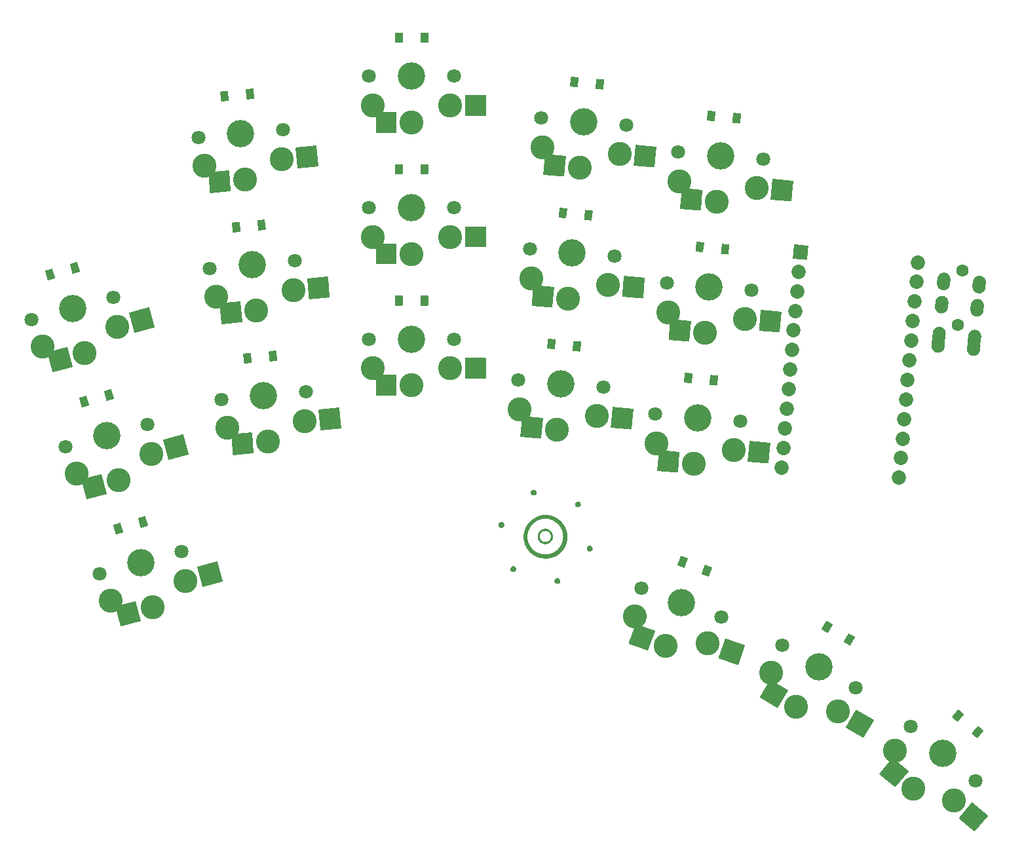
<source format=gbr>
%TF.GenerationSoftware,KiCad,Pcbnew,(5.1.10)-1*%
%TF.CreationDate,2021-09-28T22:32:17-05:00*%
%TF.ProjectId,a_duck,615f6475-636b-42e6-9b69-6361645f7063,VERSION_HERE*%
%TF.SameCoordinates,Original*%
%TF.FileFunction,Soldermask,Top*%
%TF.FilePolarity,Negative*%
%FSLAX46Y46*%
G04 Gerber Fmt 4.6, Leading zero omitted, Abs format (unit mm)*
G04 Created by KiCad (PCBNEW (5.1.10)-1) date 2021-09-28 22:32:17*
%MOMM*%
%LPD*%
G01*
G04 APERTURE LIST*
%ADD10C,0.136036*%
%ADD11C,0.100000*%
%ADD12C,1.852600*%
%ADD13C,3.529000*%
%ADD14C,1.801800*%
%ADD15C,3.100000*%
%ADD16C,1.600000*%
G04 APERTURE END LIST*
D10*
%TO.C,svg2mod*%
G36*
X216919287Y-168634074D02*
G01*
X216920251Y-168657949D01*
X216923093Y-168681292D01*
X216927739Y-168704029D01*
X216934113Y-168726084D01*
X216942141Y-168747382D01*
X216951748Y-168767849D01*
X216962860Y-168787409D01*
X216975401Y-168805989D01*
X216989296Y-168823512D01*
X217004472Y-168839905D01*
X217020852Y-168855091D01*
X217038363Y-168868997D01*
X217056929Y-168881548D01*
X217076476Y-168892667D01*
X217096929Y-168902282D01*
X217118213Y-168910316D01*
X217140253Y-168916696D01*
X217162975Y-168921345D01*
X217186304Y-168924190D01*
X217210164Y-168925154D01*
X217234046Y-168924190D01*
X217257398Y-168921345D01*
X217280144Y-168916696D01*
X217302210Y-168910316D01*
X217323521Y-168902282D01*
X217344001Y-168892667D01*
X217363575Y-168881548D01*
X217382168Y-168868997D01*
X217399706Y-168855091D01*
X217416112Y-168839905D01*
X217431312Y-168823512D01*
X217445231Y-168805989D01*
X217457794Y-168787409D01*
X217468926Y-168767849D01*
X217478551Y-168747382D01*
X217486594Y-168726084D01*
X217492981Y-168704029D01*
X217497636Y-168681292D01*
X217500484Y-168657949D01*
X217501450Y-168634074D01*
X217500484Y-168610217D01*
X217497636Y-168586889D01*
X217492981Y-168564163D01*
X217486594Y-168542116D01*
X217478551Y-168520823D01*
X217468926Y-168500359D01*
X217457794Y-168480799D01*
X217445231Y-168462218D01*
X217431312Y-168444691D01*
X217416112Y-168428294D01*
X217399706Y-168413102D01*
X217382168Y-168399190D01*
X217363575Y-168386633D01*
X217344001Y-168375506D01*
X217323521Y-168365885D01*
X217302210Y-168357844D01*
X217280144Y-168351460D01*
X217257398Y-168346806D01*
X217234046Y-168343959D01*
X217210164Y-168342993D01*
X217186304Y-168343958D01*
X217162975Y-168346803D01*
X217140253Y-168351452D01*
X217118213Y-168357831D01*
X217096929Y-168365866D01*
X217076476Y-168375480D01*
X217056929Y-168386600D01*
X217038363Y-168399151D01*
X217020852Y-168413057D01*
X217004472Y-168428243D01*
X216989296Y-168444636D01*
X216975401Y-168462159D01*
X216962860Y-168480738D01*
X216951748Y-168500299D01*
X216942141Y-168520766D01*
X216934113Y-168542064D01*
X216927739Y-168564119D01*
X216923093Y-168586856D01*
X216920251Y-168610199D01*
X216919287Y-168634074D01*
G37*
X216919287Y-168634074D02*
X216920251Y-168657949D01*
X216923093Y-168681292D01*
X216927739Y-168704029D01*
X216934113Y-168726084D01*
X216942141Y-168747382D01*
X216951748Y-168767849D01*
X216962860Y-168787409D01*
X216975401Y-168805989D01*
X216989296Y-168823512D01*
X217004472Y-168839905D01*
X217020852Y-168855091D01*
X217038363Y-168868997D01*
X217056929Y-168881548D01*
X217076476Y-168892667D01*
X217096929Y-168902282D01*
X217118213Y-168910316D01*
X217140253Y-168916696D01*
X217162975Y-168921345D01*
X217186304Y-168924190D01*
X217210164Y-168925154D01*
X217234046Y-168924190D01*
X217257398Y-168921345D01*
X217280144Y-168916696D01*
X217302210Y-168910316D01*
X217323521Y-168902282D01*
X217344001Y-168892667D01*
X217363575Y-168881548D01*
X217382168Y-168868997D01*
X217399706Y-168855091D01*
X217416112Y-168839905D01*
X217431312Y-168823512D01*
X217445231Y-168805989D01*
X217457794Y-168787409D01*
X217468926Y-168767849D01*
X217478551Y-168747382D01*
X217486594Y-168726084D01*
X217492981Y-168704029D01*
X217497636Y-168681292D01*
X217500484Y-168657949D01*
X217501450Y-168634074D01*
X217500484Y-168610217D01*
X217497636Y-168586889D01*
X217492981Y-168564163D01*
X217486594Y-168542116D01*
X217478551Y-168520823D01*
X217468926Y-168500359D01*
X217457794Y-168480799D01*
X217445231Y-168462218D01*
X217431312Y-168444691D01*
X217416112Y-168428294D01*
X217399706Y-168413102D01*
X217382168Y-168399190D01*
X217363575Y-168386633D01*
X217344001Y-168375506D01*
X217323521Y-168365885D01*
X217302210Y-168357844D01*
X217280144Y-168351460D01*
X217257398Y-168346806D01*
X217234046Y-168343959D01*
X217210164Y-168342993D01*
X217186304Y-168343958D01*
X217162975Y-168346803D01*
X217140253Y-168351452D01*
X217118213Y-168357831D01*
X217096929Y-168365866D01*
X217076476Y-168375480D01*
X217056929Y-168386600D01*
X217038363Y-168399151D01*
X217020852Y-168413057D01*
X217004472Y-168428243D01*
X216989296Y-168444636D01*
X216975401Y-168462159D01*
X216962860Y-168480738D01*
X216951748Y-168500299D01*
X216942141Y-168520766D01*
X216934113Y-168542064D01*
X216927739Y-168564119D01*
X216923093Y-168586856D01*
X216920251Y-168610199D01*
X216919287Y-168634074D01*
G36*
X212997050Y-170058053D02*
G01*
X212998600Y-170398600D01*
X213023733Y-170398730D01*
X213048804Y-170399119D01*
X213073813Y-170399766D01*
X213098758Y-170400670D01*
X213123639Y-170401829D01*
X213148453Y-170403242D01*
X213173200Y-170404907D01*
X213197878Y-170406824D01*
X213222486Y-170408992D01*
X213247022Y-170411408D01*
X213271486Y-170414072D01*
X213295876Y-170416982D01*
X213320191Y-170420137D01*
X213344429Y-170423536D01*
X213368590Y-170427178D01*
X213392672Y-170431061D01*
X213416673Y-170435184D01*
X213440593Y-170439545D01*
X213464430Y-170444144D01*
X213488183Y-170448979D01*
X213511851Y-170454049D01*
X213535431Y-170459352D01*
X213558924Y-170464888D01*
X213582328Y-170470655D01*
X213605641Y-170476651D01*
X213628862Y-170482876D01*
X213651990Y-170489328D01*
X213675024Y-170496006D01*
X213697962Y-170502908D01*
X213720803Y-170510034D01*
X213743546Y-170517382D01*
X213766190Y-170524951D01*
X213788733Y-170532739D01*
X213811174Y-170540746D01*
X213833511Y-170548969D01*
X213855744Y-170557408D01*
X213877871Y-170566062D01*
X213899891Y-170574929D01*
X213921802Y-170584007D01*
X213943603Y-170593296D01*
X213965294Y-170602794D01*
X213986872Y-170612500D01*
X214008337Y-170622413D01*
X214029687Y-170632532D01*
X214050921Y-170642854D01*
X214072037Y-170653380D01*
X214093035Y-170664107D01*
X214113913Y-170675034D01*
X214134669Y-170686161D01*
X214155303Y-170697485D01*
X214175814Y-170709006D01*
X214196199Y-170720722D01*
X214216458Y-170732631D01*
X214236589Y-170744734D01*
X214256591Y-170757028D01*
X214276463Y-170769512D01*
X214296203Y-170782185D01*
X214315811Y-170795045D01*
X214335285Y-170808091D01*
X214354623Y-170821323D01*
X214373825Y-170834738D01*
X214392889Y-170848336D01*
X214411814Y-170862115D01*
X214430598Y-170876073D01*
X214449241Y-170890211D01*
X214467741Y-170904525D01*
X214486096Y-170919016D01*
X214504306Y-170933681D01*
X214522369Y-170948520D01*
X214540284Y-170963531D01*
X214558049Y-170978713D01*
X214575664Y-170994065D01*
X214593127Y-171009585D01*
X214610437Y-171025272D01*
X214627592Y-171041125D01*
X214644591Y-171057142D01*
X214661434Y-171073323D01*
X214678117Y-171089666D01*
X214694642Y-171106169D01*
X214711005Y-171122832D01*
X214727206Y-171139652D01*
X214743244Y-171156630D01*
X214759117Y-171173763D01*
X214774824Y-171191051D01*
X214790364Y-171208492D01*
X214805735Y-171226084D01*
X214820936Y-171243827D01*
X214835966Y-171261719D01*
X214850823Y-171279759D01*
X214865507Y-171297945D01*
X214880016Y-171316277D01*
X214894349Y-171334753D01*
X214908504Y-171353372D01*
X214922480Y-171372132D01*
X214936276Y-171391032D01*
X214949891Y-171410072D01*
X214963323Y-171429249D01*
X214976571Y-171448562D01*
X214989634Y-171468011D01*
X215002511Y-171487593D01*
X215015199Y-171507308D01*
X215027699Y-171527155D01*
X215040008Y-171547131D01*
X215052126Y-171567236D01*
X215064050Y-171587469D01*
X215075781Y-171607827D01*
X215087316Y-171628311D01*
X215098654Y-171648918D01*
X215109794Y-171669647D01*
X215120735Y-171690498D01*
X215131476Y-171711468D01*
X215142014Y-171732557D01*
X215152350Y-171753763D01*
X215162480Y-171775085D01*
X215172406Y-171796522D01*
X215182124Y-171818072D01*
X215191634Y-171839734D01*
X215200934Y-171861507D01*
X215210024Y-171883389D01*
X215218902Y-171905380D01*
X215227566Y-171927478D01*
X215236015Y-171949681D01*
X215244249Y-171971989D01*
X215252265Y-171994400D01*
X215260063Y-172016913D01*
X215267641Y-172039527D01*
X215274998Y-172062240D01*
X215282133Y-172085051D01*
X215289044Y-172107958D01*
X215295730Y-172130961D01*
X215302190Y-172154059D01*
X215308422Y-172177249D01*
X215314426Y-172200531D01*
X215320200Y-172223903D01*
X215325742Y-172247365D01*
X215331052Y-172270914D01*
X215336128Y-172294550D01*
X215340969Y-172318271D01*
X215345574Y-172342076D01*
X215349941Y-172365963D01*
X215354068Y-172389932D01*
X215357956Y-172413982D01*
X215361602Y-172438110D01*
X215365005Y-172462315D01*
X215368164Y-172486597D01*
X215371078Y-172510954D01*
X215373745Y-172535385D01*
X215376164Y-172559888D01*
X215378334Y-172584463D01*
X215380254Y-172609107D01*
X215381921Y-172633820D01*
X215383336Y-172658600D01*
X215384496Y-172683447D01*
X215385401Y-172708358D01*
X215386049Y-172733333D01*
X215386438Y-172758370D01*
X215386568Y-172783468D01*
X215386438Y-172808566D01*
X215386049Y-172833603D01*
X215385401Y-172858578D01*
X215384496Y-172883489D01*
X215383336Y-172908336D01*
X215381921Y-172933117D01*
X215380254Y-172957831D01*
X215378334Y-172982476D01*
X215376164Y-173007052D01*
X215373745Y-173031556D01*
X215371078Y-173055988D01*
X215368164Y-173080347D01*
X215365005Y-173104630D01*
X215361602Y-173128837D01*
X215357956Y-173152967D01*
X215354068Y-173177018D01*
X215349941Y-173200989D01*
X215345574Y-173224879D01*
X215340969Y-173248686D01*
X215336128Y-173272409D01*
X215331052Y-173296047D01*
X215325742Y-173319598D01*
X215320200Y-173343062D01*
X215314426Y-173366437D01*
X215308422Y-173389721D01*
X215302190Y-173412914D01*
X215295730Y-173436014D01*
X215289044Y-173459020D01*
X215282133Y-173481931D01*
X215274998Y-173504745D01*
X215267641Y-173527461D01*
X215260063Y-173550078D01*
X215252265Y-173572594D01*
X215244249Y-173595008D01*
X215236015Y-173617320D01*
X215227566Y-173639526D01*
X215218902Y-173661628D01*
X215210024Y-173683622D01*
X215200934Y-173705508D01*
X215191634Y-173727285D01*
X215182124Y-173748951D01*
X215172406Y-173770505D01*
X215162480Y-173791945D01*
X215152350Y-173813271D01*
X215142014Y-173834481D01*
X215131476Y-173855574D01*
X215120735Y-173876549D01*
X215109794Y-173897403D01*
X215098654Y-173918137D01*
X215087316Y-173938748D01*
X215075781Y-173959236D01*
X215064050Y-173979599D01*
X215052126Y-173999836D01*
X215040008Y-174019946D01*
X215027699Y-174039926D01*
X215015199Y-174059777D01*
X215002511Y-174079497D01*
X214989634Y-174099084D01*
X214976571Y-174118537D01*
X214963323Y-174137855D01*
X214949891Y-174157037D01*
X214936276Y-174176081D01*
X214922480Y-174194986D01*
X214908504Y-174213751D01*
X214894349Y-174232375D01*
X214880016Y-174250855D01*
X214865507Y-174269192D01*
X214850823Y-174287383D01*
X214835966Y-174305428D01*
X214820936Y-174323325D01*
X214805735Y-174341073D01*
X214790364Y-174358670D01*
X214774824Y-174376116D01*
X214759117Y-174393408D01*
X214743244Y-174410546D01*
X214727206Y-174427529D01*
X214711005Y-174444355D01*
X214694642Y-174461022D01*
X214678117Y-174477531D01*
X214661434Y-174493878D01*
X214644591Y-174510064D01*
X214627592Y-174526086D01*
X214610437Y-174541944D01*
X214593127Y-174557636D01*
X214575664Y-174573161D01*
X214558049Y-174588517D01*
X214540284Y-174603704D01*
X214522369Y-174618720D01*
X214504306Y-174633564D01*
X214486096Y-174648234D01*
X214467741Y-174662729D01*
X214449241Y-174677049D01*
X214430598Y-174691191D01*
X214411814Y-174705154D01*
X214392889Y-174718938D01*
X214373825Y-174732540D01*
X214354623Y-174745960D01*
X214335285Y-174759197D01*
X214315811Y-174772248D01*
X214296203Y-174785113D01*
X214276463Y-174797790D01*
X214256591Y-174810278D01*
X214236589Y-174822577D01*
X214216458Y-174834684D01*
X214196199Y-174846598D01*
X214175814Y-174858318D01*
X214155303Y-174869843D01*
X214134669Y-174881172D01*
X214113913Y-174892302D01*
X214093035Y-174903234D01*
X214072037Y-174913965D01*
X214050921Y-174924495D01*
X214029687Y-174934821D01*
X214008337Y-174944944D01*
X213986872Y-174954860D01*
X213965294Y-174964570D01*
X213943603Y-174974073D01*
X213921802Y-174983365D01*
X213899891Y-174992447D01*
X213877871Y-175001318D01*
X213855744Y-175009975D01*
X213833511Y-175018417D01*
X213811174Y-175026644D01*
X213788733Y-175034654D01*
X213766190Y-175042445D01*
X213743546Y-175050017D01*
X213720803Y-175057368D01*
X213697962Y-175064497D01*
X213675024Y-175071403D01*
X213651990Y-175078083D01*
X213628862Y-175084538D01*
X213605641Y-175090766D01*
X213582328Y-175096765D01*
X213558924Y-175102534D01*
X213535431Y-175108072D01*
X213511851Y-175113378D01*
X213488183Y-175118450D01*
X213464430Y-175123287D01*
X213440593Y-175127888D01*
X213416673Y-175132252D01*
X213392672Y-175136376D01*
X213368590Y-175140261D01*
X213344429Y-175143904D01*
X213320191Y-175147305D01*
X213295876Y-175150461D01*
X213271486Y-175153373D01*
X213247022Y-175156038D01*
X213222486Y-175158455D01*
X213197878Y-175160624D01*
X213173200Y-175162542D01*
X213148453Y-175164208D01*
X213123639Y-175165622D01*
X213098758Y-175166781D01*
X213073813Y-175167685D01*
X213048804Y-175168332D01*
X213023733Y-175168722D01*
X212998600Y-175168852D01*
X212973468Y-175168722D01*
X212948396Y-175168332D01*
X212923387Y-175167685D01*
X212898441Y-175166781D01*
X212873560Y-175165622D01*
X212848745Y-175164208D01*
X212823998Y-175162542D01*
X212799319Y-175160624D01*
X212774710Y-175158455D01*
X212750172Y-175156038D01*
X212725707Y-175153373D01*
X212701316Y-175150461D01*
X212677000Y-175147305D01*
X212652760Y-175143904D01*
X212628597Y-175140261D01*
X212604514Y-175136376D01*
X212580510Y-175132252D01*
X212556589Y-175127888D01*
X212532750Y-175123287D01*
X212508995Y-175118450D01*
X212485325Y-175113378D01*
X212461742Y-175108072D01*
X212438246Y-175102534D01*
X212414840Y-175096765D01*
X212391525Y-175090766D01*
X212368301Y-175084538D01*
X212345170Y-175078083D01*
X212322133Y-175071403D01*
X212299192Y-175064497D01*
X212276348Y-175057368D01*
X212253602Y-175050017D01*
X212230955Y-175042445D01*
X212208409Y-175034654D01*
X212185965Y-175026644D01*
X212163624Y-175018417D01*
X212141388Y-175009975D01*
X212119257Y-175001318D01*
X212097234Y-174992447D01*
X212075319Y-174983365D01*
X212053514Y-174974073D01*
X212031819Y-174964570D01*
X212010237Y-174954860D01*
X211988768Y-174944944D01*
X211967415Y-174934821D01*
X211946177Y-174924495D01*
X211925056Y-174913965D01*
X211904054Y-174903234D01*
X211883172Y-174892302D01*
X211862412Y-174881172D01*
X211841773Y-174869843D01*
X211821259Y-174858318D01*
X211800869Y-174846598D01*
X211780606Y-174834684D01*
X211760471Y-174822577D01*
X211740464Y-174810278D01*
X211720587Y-174797790D01*
X211700842Y-174785113D01*
X211681230Y-174772248D01*
X211661752Y-174759197D01*
X211642408Y-174745960D01*
X211623202Y-174732540D01*
X211604133Y-174718938D01*
X211585204Y-174705154D01*
X211566415Y-174691191D01*
X211547767Y-174677049D01*
X211529263Y-174662729D01*
X211510902Y-174648234D01*
X211492688Y-174633564D01*
X211474620Y-174618720D01*
X211456700Y-174603704D01*
X211438930Y-174588517D01*
X211421310Y-174573161D01*
X211403842Y-174557636D01*
X211386528Y-174541944D01*
X211369368Y-174526086D01*
X211352363Y-174510064D01*
X211335516Y-174493878D01*
X211318827Y-174477531D01*
X211302298Y-174461022D01*
X211285930Y-174444355D01*
X211269724Y-174427529D01*
X211253681Y-174410546D01*
X211237803Y-174393408D01*
X211222091Y-174376116D01*
X211206547Y-174358670D01*
X211191171Y-174341073D01*
X211175965Y-174323325D01*
X211160930Y-174305428D01*
X211146067Y-174287383D01*
X211131379Y-174269192D01*
X211116865Y-174250855D01*
X211102527Y-174232375D01*
X211088368Y-174213751D01*
X211074387Y-174194986D01*
X211060586Y-174176081D01*
X211046966Y-174157037D01*
X211033530Y-174137855D01*
X211020277Y-174118537D01*
X211007209Y-174099084D01*
X210994328Y-174079497D01*
X210981635Y-174059777D01*
X210969131Y-174039926D01*
X210956817Y-174019946D01*
X210944695Y-173999836D01*
X210932766Y-173979599D01*
X210921031Y-173959236D01*
X210909492Y-173938748D01*
X210898149Y-173918137D01*
X210887005Y-173897403D01*
X210876060Y-173876549D01*
X210865315Y-173855574D01*
X210854773Y-173834481D01*
X210844433Y-173813271D01*
X210834298Y-173791945D01*
X210824369Y-173770505D01*
X210814647Y-173748951D01*
X210805133Y-173727285D01*
X210795829Y-173705508D01*
X210786736Y-173683622D01*
X210777855Y-173661628D01*
X210769187Y-173639526D01*
X210760734Y-173617320D01*
X210752497Y-173595008D01*
X210744477Y-173572594D01*
X210736676Y-173550078D01*
X210729095Y-173527461D01*
X210721735Y-173504745D01*
X210714597Y-173481931D01*
X210707683Y-173459020D01*
X210700994Y-173436014D01*
X210694532Y-173412914D01*
X210688296Y-173389721D01*
X210682290Y-173366437D01*
X210676514Y-173343062D01*
X210670969Y-173319598D01*
X210665657Y-173296047D01*
X210660578Y-173272409D01*
X210655735Y-173248686D01*
X210651129Y-173224879D01*
X210646760Y-173200989D01*
X210642630Y-173177018D01*
X210638741Y-173152967D01*
X210635093Y-173128837D01*
X210631689Y-173104630D01*
X210628528Y-173080347D01*
X210625613Y-173055988D01*
X210622945Y-173031556D01*
X210620525Y-173007052D01*
X210618354Y-172982476D01*
X210616433Y-172957831D01*
X210614765Y-172933117D01*
X210613350Y-172908336D01*
X210612189Y-172883489D01*
X210611284Y-172858578D01*
X210610635Y-172833603D01*
X210610246Y-172808566D01*
X210610115Y-172783468D01*
X210610246Y-172758370D01*
X210610635Y-172733333D01*
X210611284Y-172708358D01*
X210612189Y-172683447D01*
X210613350Y-172658600D01*
X210614765Y-172633820D01*
X210616433Y-172609107D01*
X210618354Y-172584463D01*
X210620525Y-172559888D01*
X210622945Y-172535385D01*
X210625613Y-172510954D01*
X210628528Y-172486597D01*
X210631689Y-172462315D01*
X210635093Y-172438110D01*
X210638741Y-172413982D01*
X210642630Y-172389932D01*
X210646760Y-172365963D01*
X210651129Y-172342076D01*
X210655735Y-172318271D01*
X210660578Y-172294550D01*
X210665657Y-172270914D01*
X210670969Y-172247365D01*
X210676514Y-172223903D01*
X210682290Y-172200531D01*
X210688296Y-172177249D01*
X210694532Y-172154059D01*
X210700994Y-172130961D01*
X210707683Y-172107958D01*
X210714597Y-172085051D01*
X210721735Y-172062240D01*
X210729095Y-172039527D01*
X210736676Y-172016913D01*
X210744477Y-171994400D01*
X210752497Y-171971989D01*
X210760734Y-171949681D01*
X210769187Y-171927478D01*
X210777855Y-171905380D01*
X210786736Y-171883389D01*
X210795829Y-171861507D01*
X210805133Y-171839734D01*
X210814647Y-171818072D01*
X210824369Y-171796522D01*
X210834298Y-171775085D01*
X210844433Y-171753763D01*
X210854773Y-171732557D01*
X210865315Y-171711468D01*
X210876060Y-171690498D01*
X210887005Y-171669647D01*
X210898149Y-171648918D01*
X210909492Y-171628311D01*
X210921031Y-171607827D01*
X210932766Y-171587469D01*
X210944695Y-171567236D01*
X210956817Y-171547131D01*
X210969131Y-171527155D01*
X210981635Y-171507308D01*
X210994328Y-171487593D01*
X211007209Y-171468011D01*
X211020277Y-171448562D01*
X211033530Y-171429249D01*
X211046966Y-171410072D01*
X211060586Y-171391032D01*
X211074387Y-171372132D01*
X211088368Y-171353372D01*
X211102527Y-171334753D01*
X211116865Y-171316277D01*
X211131379Y-171297945D01*
X211146067Y-171279759D01*
X211160930Y-171261719D01*
X211175965Y-171243827D01*
X211191171Y-171226084D01*
X211206547Y-171208492D01*
X211222091Y-171191051D01*
X211237803Y-171173763D01*
X211253681Y-171156630D01*
X211269724Y-171139652D01*
X211285930Y-171122832D01*
X211302298Y-171106169D01*
X211318827Y-171089666D01*
X211335516Y-171073323D01*
X211352363Y-171057142D01*
X211369368Y-171041125D01*
X211386528Y-171025272D01*
X211403842Y-171009585D01*
X211421310Y-170994065D01*
X211438930Y-170978713D01*
X211456700Y-170963531D01*
X211474620Y-170948520D01*
X211492688Y-170933681D01*
X211510902Y-170919016D01*
X211529263Y-170904525D01*
X211547767Y-170890211D01*
X211566415Y-170876073D01*
X211585204Y-170862115D01*
X211604133Y-170848336D01*
X211623202Y-170834738D01*
X211642408Y-170821323D01*
X211661752Y-170808091D01*
X211681230Y-170795045D01*
X211700842Y-170782185D01*
X211720587Y-170769512D01*
X211740464Y-170757028D01*
X211760471Y-170744734D01*
X211780606Y-170732631D01*
X211800869Y-170720722D01*
X211821259Y-170709006D01*
X211841773Y-170697485D01*
X211862412Y-170686161D01*
X211883172Y-170675034D01*
X211904054Y-170664107D01*
X211925056Y-170653380D01*
X211946177Y-170642854D01*
X211967415Y-170632532D01*
X211988768Y-170622413D01*
X212010237Y-170612500D01*
X212031819Y-170602794D01*
X212053514Y-170593296D01*
X212075319Y-170584007D01*
X212097234Y-170574929D01*
X212119257Y-170566062D01*
X212141388Y-170557408D01*
X212163624Y-170548969D01*
X212185965Y-170540746D01*
X212208409Y-170532739D01*
X212230955Y-170524951D01*
X212253602Y-170517382D01*
X212276348Y-170510034D01*
X212299192Y-170502908D01*
X212322133Y-170496006D01*
X212345170Y-170489328D01*
X212368301Y-170482876D01*
X212391525Y-170476651D01*
X212414840Y-170470655D01*
X212438246Y-170464888D01*
X212461742Y-170459352D01*
X212485325Y-170454049D01*
X212508995Y-170448979D01*
X212532750Y-170444144D01*
X212556589Y-170439545D01*
X212580510Y-170435184D01*
X212604514Y-170431061D01*
X212628597Y-170427178D01*
X212652760Y-170423536D01*
X212677000Y-170420137D01*
X212701316Y-170416982D01*
X212725707Y-170414072D01*
X212750172Y-170411408D01*
X212774710Y-170408992D01*
X212799319Y-170406824D01*
X212823998Y-170404907D01*
X212848745Y-170403242D01*
X212873560Y-170401829D01*
X212898441Y-170400670D01*
X212923387Y-170399766D01*
X212948396Y-170399119D01*
X212973468Y-170398730D01*
X212998600Y-170398600D01*
X212997050Y-170058053D01*
X212971687Y-170058209D01*
X212946331Y-170058677D01*
X212920985Y-170059453D01*
X212895649Y-170060537D01*
X212870326Y-170061925D01*
X212845017Y-170063616D01*
X212819725Y-170065608D01*
X212794451Y-170067898D01*
X212769197Y-170070485D01*
X212743966Y-170073366D01*
X212718758Y-170076539D01*
X212693575Y-170080001D01*
X212668420Y-170083752D01*
X212643294Y-170087789D01*
X212618200Y-170092109D01*
X212593138Y-170096710D01*
X212568111Y-170101591D01*
X212543121Y-170106749D01*
X212518169Y-170112182D01*
X212493257Y-170117888D01*
X212468388Y-170123865D01*
X212443563Y-170130111D01*
X212418783Y-170136623D01*
X212394051Y-170143400D01*
X212369369Y-170150439D01*
X212344738Y-170157739D01*
X212320160Y-170165296D01*
X212295637Y-170173110D01*
X212271171Y-170181177D01*
X212246764Y-170189496D01*
X212222417Y-170198065D01*
X212198132Y-170206881D01*
X212173714Y-170214840D01*
X212149397Y-170223021D01*
X212125181Y-170231423D01*
X212101069Y-170240045D01*
X212077060Y-170248887D01*
X212053156Y-170257945D01*
X212029359Y-170267220D01*
X212005670Y-170276711D01*
X211982090Y-170286415D01*
X211958619Y-170296332D01*
X211935261Y-170306460D01*
X211912014Y-170316799D01*
X211888882Y-170327347D01*
X211865864Y-170338102D01*
X211842962Y-170349065D01*
X211820178Y-170360233D01*
X211797513Y-170371605D01*
X211774967Y-170383181D01*
X211752543Y-170394958D01*
X211730241Y-170406936D01*
X211708062Y-170419113D01*
X211686008Y-170431489D01*
X211664079Y-170444062D01*
X211642278Y-170456830D01*
X211620605Y-170469793D01*
X211599062Y-170482950D01*
X211577650Y-170496299D01*
X211556369Y-170509839D01*
X211535222Y-170523568D01*
X211514209Y-170537487D01*
X211493331Y-170551592D01*
X211472590Y-170565884D01*
X211451988Y-170580361D01*
X211431524Y-170595022D01*
X211411201Y-170609865D01*
X211391020Y-170624890D01*
X211370982Y-170640094D01*
X211351087Y-170655478D01*
X211331338Y-170671039D01*
X211311736Y-170686777D01*
X211292281Y-170702691D01*
X211272975Y-170718778D01*
X211253820Y-170735038D01*
X211234815Y-170751470D01*
X211215963Y-170768073D01*
X211197265Y-170784845D01*
X211178722Y-170801785D01*
X211160336Y-170818891D01*
X211142106Y-170836164D01*
X211124036Y-170853601D01*
X211106125Y-170871201D01*
X211088375Y-170888963D01*
X211070787Y-170906886D01*
X211053363Y-170924969D01*
X211036104Y-170943210D01*
X211019010Y-170961609D01*
X211002084Y-170980163D01*
X210985326Y-170998872D01*
X210968738Y-171017735D01*
X210952320Y-171036751D01*
X210936074Y-171055917D01*
X210920002Y-171075233D01*
X210904104Y-171094699D01*
X210888381Y-171114311D01*
X210872836Y-171134070D01*
X210857468Y-171153975D01*
X210842280Y-171174023D01*
X210827272Y-171194214D01*
X210812446Y-171214546D01*
X210797803Y-171235019D01*
X210783343Y-171255631D01*
X210769069Y-171276381D01*
X210754982Y-171297268D01*
X210741083Y-171318290D01*
X210727372Y-171339446D01*
X210713851Y-171360736D01*
X210700522Y-171382157D01*
X210687386Y-171403709D01*
X210674443Y-171425391D01*
X210661695Y-171447200D01*
X210649144Y-171469137D01*
X210636790Y-171491200D01*
X210624635Y-171513387D01*
X210612679Y-171535698D01*
X210600925Y-171558131D01*
X210589373Y-171580685D01*
X210578024Y-171603359D01*
X210566880Y-171626151D01*
X210555942Y-171649061D01*
X210545212Y-171672087D01*
X210534689Y-171695228D01*
X210524376Y-171718483D01*
X210514274Y-171741850D01*
X210504384Y-171765329D01*
X210494707Y-171788918D01*
X210485245Y-171812615D01*
X210475998Y-171836421D01*
X210466968Y-171860333D01*
X210458156Y-171884351D01*
X210449564Y-171908472D01*
X210441192Y-171932697D01*
X210433041Y-171957023D01*
X210425114Y-171981449D01*
X210416202Y-172005952D01*
X210407541Y-172030518D01*
X210399133Y-172055144D01*
X210390979Y-172079830D01*
X210383083Y-172104572D01*
X210375445Y-172129370D01*
X210368068Y-172154220D01*
X210360955Y-172179122D01*
X210354107Y-172204073D01*
X210347527Y-172229071D01*
X210341216Y-172254115D01*
X210335177Y-172279202D01*
X210329412Y-172304331D01*
X210323922Y-172329499D01*
X210318711Y-172354705D01*
X210313781Y-172379946D01*
X210309132Y-172405222D01*
X210304768Y-172430529D01*
X210300691Y-172455866D01*
X210296902Y-172481231D01*
X210293405Y-172506622D01*
X210290200Y-172532037D01*
X210287290Y-172557474D01*
X210284678Y-172582931D01*
X210282365Y-172608407D01*
X210280354Y-172633899D01*
X210278646Y-172659405D01*
X210277244Y-172684924D01*
X210276150Y-172710453D01*
X210275365Y-172735991D01*
X210274893Y-172761536D01*
X210274735Y-172787085D01*
X210274903Y-172813131D01*
X210275404Y-172839167D01*
X210276235Y-172865190D01*
X210277394Y-172891200D01*
X210278876Y-172917194D01*
X210280680Y-172943170D01*
X210282801Y-172969128D01*
X210285237Y-172995064D01*
X210287986Y-173020978D01*
X210291043Y-173046867D01*
X210294406Y-173072730D01*
X210298071Y-173098566D01*
X210302036Y-173124372D01*
X210306298Y-173150146D01*
X210310853Y-173175888D01*
X210315699Y-173201595D01*
X210320832Y-173227265D01*
X210326249Y-173252897D01*
X210331947Y-173278489D01*
X210337924Y-173304040D01*
X210344176Y-173329547D01*
X210350700Y-173355009D01*
X210355731Y-173379293D01*
X210360978Y-173403499D01*
X210366438Y-173427625D01*
X210372111Y-173451671D01*
X210377995Y-173475635D01*
X210384090Y-173499517D01*
X210390395Y-173523315D01*
X210396908Y-173547029D01*
X210403628Y-173570657D01*
X210410555Y-173594198D01*
X210417688Y-173617652D01*
X210425024Y-173641016D01*
X210432564Y-173664291D01*
X210440306Y-173687475D01*
X210448250Y-173710567D01*
X210456393Y-173733566D01*
X210464736Y-173756470D01*
X210473276Y-173779280D01*
X210482014Y-173801994D01*
X210490948Y-173824610D01*
X210500076Y-173847128D01*
X210509399Y-173869547D01*
X210518914Y-173891865D01*
X210528621Y-173914082D01*
X210538518Y-173936197D01*
X210548606Y-173958208D01*
X210558882Y-173980115D01*
X210569345Y-174001916D01*
X210579996Y-174023610D01*
X210590831Y-174045197D01*
X210601851Y-174066675D01*
X210613055Y-174088043D01*
X210624441Y-174109301D01*
X210636008Y-174130446D01*
X210647755Y-174151479D01*
X210659682Y-174172398D01*
X210671787Y-174193201D01*
X210684069Y-174213889D01*
X210696527Y-174234459D01*
X210709160Y-174254912D01*
X210721967Y-174275245D01*
X210734947Y-174295458D01*
X210748099Y-174315550D01*
X210761422Y-174335519D01*
X210774915Y-174355365D01*
X210788576Y-174375087D01*
X210802406Y-174394683D01*
X210816401Y-174414152D01*
X210830563Y-174433494D01*
X210844889Y-174452707D01*
X210859378Y-174471791D01*
X210874031Y-174490744D01*
X210888844Y-174509565D01*
X210903818Y-174528254D01*
X210918951Y-174546808D01*
X210934243Y-174565228D01*
X210949692Y-174583512D01*
X210965297Y-174601658D01*
X210981057Y-174619667D01*
X210996971Y-174637537D01*
X211013039Y-174655266D01*
X211029258Y-174672854D01*
X211045629Y-174690300D01*
X211062149Y-174707603D01*
X211078818Y-174724761D01*
X211095636Y-174741774D01*
X211112600Y-174758641D01*
X211129709Y-174775360D01*
X211146964Y-174791931D01*
X211164362Y-174808352D01*
X211181903Y-174824622D01*
X211199585Y-174840741D01*
X211217408Y-174856707D01*
X211235370Y-174872519D01*
X211253471Y-174888177D01*
X211271709Y-174903679D01*
X211290083Y-174919024D01*
X211308593Y-174934210D01*
X211327237Y-174949238D01*
X211346015Y-174964106D01*
X211364924Y-174978813D01*
X211383965Y-174993357D01*
X211403135Y-175007739D01*
X211422435Y-175021956D01*
X211441863Y-175036008D01*
X211461417Y-175049894D01*
X211481098Y-175063612D01*
X211500903Y-175077162D01*
X211520832Y-175090542D01*
X211540884Y-175103752D01*
X211561057Y-175116790D01*
X211581352Y-175129656D01*
X211601765Y-175142348D01*
X211622298Y-175154866D01*
X211642948Y-175167207D01*
X211663714Y-175179372D01*
X211684596Y-175191359D01*
X211705592Y-175203167D01*
X211726702Y-175214795D01*
X211747924Y-175226243D01*
X211769257Y-175237508D01*
X211790700Y-175248590D01*
X211812253Y-175259488D01*
X211833913Y-175270201D01*
X211855681Y-175280727D01*
X211877555Y-175291067D01*
X211899533Y-175301218D01*
X211921616Y-175311179D01*
X211943801Y-175320951D01*
X211966089Y-175330530D01*
X211988477Y-175339918D01*
X212010964Y-175349111D01*
X212033551Y-175358111D01*
X212056235Y-175366914D01*
X212079016Y-175375521D01*
X212101892Y-175383930D01*
X212124863Y-175392140D01*
X212147928Y-175400151D01*
X212171084Y-175407960D01*
X212194332Y-175415568D01*
X212217671Y-175422973D01*
X212241099Y-175430173D01*
X212264615Y-175437169D01*
X212288218Y-175443959D01*
X212311907Y-175450541D01*
X212335682Y-175456915D01*
X212359540Y-175463080D01*
X212383482Y-175469035D01*
X212407505Y-175474778D01*
X212431610Y-175480309D01*
X212455794Y-175485626D01*
X212480057Y-175490729D01*
X212504398Y-175495616D01*
X212528816Y-175500287D01*
X212553309Y-175504740D01*
X212577877Y-175508975D01*
X212602519Y-175512989D01*
X212627233Y-175516783D01*
X212652018Y-175520355D01*
X212676875Y-175523705D01*
X212701800Y-175526830D01*
X212726794Y-175529730D01*
X212751855Y-175532405D01*
X212776983Y-175534852D01*
X212802175Y-175537071D01*
X212827432Y-175539061D01*
X212852752Y-175540821D01*
X212878135Y-175542350D01*
X212903578Y-175543646D01*
X212929081Y-175544709D01*
X212954643Y-175545537D01*
X212980263Y-175546131D01*
X213005940Y-175546487D01*
X213031673Y-175546606D01*
X213056789Y-175546493D01*
X213081852Y-175546153D01*
X213106861Y-175545588D01*
X213131815Y-175544799D01*
X213156713Y-175543786D01*
X213181554Y-175542551D01*
X213206337Y-175541094D01*
X213231061Y-175539417D01*
X213255726Y-175537521D01*
X213280329Y-175535406D01*
X213304871Y-175533073D01*
X213329349Y-175530524D01*
X213353764Y-175527760D01*
X213378115Y-175524780D01*
X213402399Y-175521588D01*
X213426617Y-175518182D01*
X213450767Y-175514565D01*
X213474849Y-175510737D01*
X213498861Y-175506699D01*
X213522802Y-175502453D01*
X213546672Y-175497999D01*
X213570469Y-175493338D01*
X213594193Y-175488471D01*
X213617842Y-175483399D01*
X213641416Y-175478124D01*
X213664913Y-175472645D01*
X213688333Y-175466965D01*
X213711675Y-175461083D01*
X213734937Y-175455002D01*
X213758119Y-175448722D01*
X213781220Y-175442243D01*
X213804238Y-175435568D01*
X213827173Y-175428696D01*
X213850024Y-175421629D01*
X213872790Y-175414368D01*
X213895470Y-175406914D01*
X213918062Y-175399268D01*
X213940566Y-175391430D01*
X213962982Y-175383402D01*
X213985307Y-175375185D01*
X214007541Y-175366780D01*
X214029683Y-175358187D01*
X214051733Y-175349408D01*
X214073688Y-175340444D01*
X214095548Y-175331295D01*
X214117313Y-175321962D01*
X214138980Y-175312447D01*
X214160550Y-175302751D01*
X214182021Y-175292874D01*
X214203393Y-175282818D01*
X214224663Y-175272583D01*
X214245832Y-175262170D01*
X214266898Y-175251581D01*
X214287860Y-175240816D01*
X214308718Y-175229876D01*
X214329470Y-175218763D01*
X214350116Y-175207477D01*
X214370653Y-175196019D01*
X214391083Y-175184391D01*
X214411403Y-175172592D01*
X214431612Y-175160625D01*
X214451710Y-175148490D01*
X214471696Y-175136188D01*
X214491568Y-175123720D01*
X214511326Y-175111087D01*
X214530968Y-175098290D01*
X214550494Y-175085330D01*
X214569903Y-175072209D01*
X214589193Y-175058926D01*
X214608365Y-175045483D01*
X214627416Y-175031881D01*
X214646345Y-175018120D01*
X214665153Y-175004203D01*
X214683838Y-174990129D01*
X214702398Y-174975901D01*
X214720833Y-174961518D01*
X214739143Y-174946981D01*
X214757325Y-174932293D01*
X214775379Y-174917453D01*
X214793305Y-174902463D01*
X214811100Y-174887323D01*
X214828764Y-174872035D01*
X214846297Y-174856600D01*
X214863697Y-174841018D01*
X214880962Y-174825290D01*
X214898093Y-174809418D01*
X214915089Y-174793403D01*
X214931947Y-174777245D01*
X214948668Y-174760946D01*
X214965250Y-174744506D01*
X214981692Y-174727926D01*
X214997994Y-174711207D01*
X215014154Y-174694351D01*
X215030171Y-174677358D01*
X215046045Y-174660230D01*
X215061775Y-174642967D01*
X215077358Y-174625569D01*
X215092796Y-174608039D01*
X215108086Y-174590378D01*
X215123227Y-174572585D01*
X215138219Y-174554663D01*
X215153061Y-174536611D01*
X215167751Y-174518432D01*
X215182289Y-174500125D01*
X215196674Y-174481693D01*
X215210904Y-174463135D01*
X215224979Y-174444454D01*
X215238898Y-174425649D01*
X215252660Y-174406723D01*
X215266263Y-174387675D01*
X215279708Y-174368507D01*
X215292992Y-174349220D01*
X215306115Y-174329814D01*
X215319076Y-174310292D01*
X215331875Y-174290653D01*
X215344509Y-174270899D01*
X215356978Y-174251030D01*
X215369281Y-174231048D01*
X215381417Y-174210954D01*
X215393385Y-174190749D01*
X215405185Y-174170433D01*
X215416815Y-174150007D01*
X215428273Y-174129473D01*
X215439560Y-174108832D01*
X215450675Y-174088084D01*
X215461615Y-174067230D01*
X215472381Y-174046272D01*
X215482971Y-174025210D01*
X215493384Y-174004046D01*
X215503620Y-173982780D01*
X215513677Y-173961413D01*
X215523555Y-173939946D01*
X215533252Y-173918381D01*
X215542768Y-173896718D01*
X215552101Y-173874958D01*
X215561250Y-173853103D01*
X215570215Y-173831152D01*
X215578995Y-173809108D01*
X215587588Y-173786971D01*
X215595994Y-173764742D01*
X215604212Y-173742422D01*
X215612240Y-173720012D01*
X215620078Y-173697513D01*
X215627725Y-173674925D01*
X215635180Y-173652251D01*
X215642441Y-173629491D01*
X215649508Y-173606646D01*
X215656380Y-173583716D01*
X215663056Y-173560703D01*
X215669535Y-173537609D01*
X215675816Y-173514433D01*
X215681897Y-173491176D01*
X215687779Y-173467841D01*
X215693460Y-173444427D01*
X215698938Y-173420936D01*
X215704214Y-173397368D01*
X215709286Y-173373725D01*
X215714153Y-173350008D01*
X215718814Y-173326217D01*
X215723269Y-173302354D01*
X215727515Y-173278419D01*
X215731553Y-173254414D01*
X215735381Y-173230339D01*
X215738998Y-173206196D01*
X215742404Y-173181985D01*
X215745597Y-173157707D01*
X215748576Y-173133364D01*
X215751341Y-173108956D01*
X215753890Y-173084485D01*
X215756223Y-173059951D01*
X215758338Y-173035355D01*
X215760234Y-173010698D01*
X215761911Y-172985981D01*
X215763368Y-172961206D01*
X215764603Y-172936373D01*
X215765616Y-172911483D01*
X215766405Y-172886537D01*
X215766970Y-172861536D01*
X215767310Y-172836481D01*
X215767424Y-172811373D01*
X215767305Y-172785693D01*
X215766949Y-172760068D01*
X215766358Y-172734500D01*
X215765532Y-172708989D01*
X215764473Y-172683537D01*
X215763181Y-172658146D01*
X215761657Y-172632814D01*
X215759903Y-172607545D01*
X215757920Y-172582339D01*
X215755708Y-172557196D01*
X215753268Y-172532118D01*
X215750603Y-172507107D01*
X215747712Y-172482162D01*
X215744597Y-172457286D01*
X215741258Y-172432478D01*
X215737698Y-172407741D01*
X215733916Y-172383075D01*
X215729914Y-172358482D01*
X215725693Y-172333961D01*
X215721255Y-172309515D01*
X215716599Y-172285144D01*
X215711727Y-172260850D01*
X215706641Y-172236633D01*
X215701340Y-172212494D01*
X215695827Y-172188435D01*
X215690102Y-172164457D01*
X215684167Y-172140560D01*
X215678021Y-172116746D01*
X215671667Y-172093016D01*
X215665106Y-172069370D01*
X215658338Y-172045810D01*
X215651365Y-172022337D01*
X215644187Y-171998951D01*
X215636805Y-171975655D01*
X215629221Y-171952448D01*
X215621436Y-171929333D01*
X215613451Y-171906309D01*
X215605266Y-171883379D01*
X215596884Y-171860542D01*
X215588304Y-171837801D01*
X215579528Y-171815156D01*
X215570556Y-171792608D01*
X215561391Y-171770158D01*
X215552033Y-171747808D01*
X215542483Y-171725558D01*
X215532742Y-171703409D01*
X215522811Y-171681362D01*
X215512691Y-171659419D01*
X215502384Y-171637581D01*
X215491889Y-171615848D01*
X215481209Y-171594222D01*
X215470345Y-171572703D01*
X215459296Y-171551293D01*
X215448066Y-171529992D01*
X215436653Y-171508803D01*
X215425060Y-171487725D01*
X215413288Y-171466759D01*
X215401337Y-171445908D01*
X215389209Y-171425172D01*
X215376905Y-171404551D01*
X215364425Y-171384048D01*
X215351771Y-171363662D01*
X215338944Y-171343395D01*
X215325945Y-171323249D01*
X215312774Y-171303224D01*
X215299434Y-171283321D01*
X215285924Y-171263541D01*
X215272247Y-171243885D01*
X215258402Y-171224354D01*
X215244392Y-171204950D01*
X215230216Y-171185674D01*
X215215877Y-171166525D01*
X215201375Y-171147506D01*
X215186712Y-171128618D01*
X215171887Y-171109861D01*
X215156903Y-171091237D01*
X215141761Y-171072746D01*
X215126461Y-171054390D01*
X215111004Y-171036169D01*
X215095392Y-171018086D01*
X215079625Y-171000140D01*
X215063705Y-170982333D01*
X215047633Y-170964665D01*
X215031409Y-170947139D01*
X215015035Y-170929754D01*
X214998512Y-170912513D01*
X214981840Y-170895415D01*
X214965021Y-170878463D01*
X214948057Y-170861656D01*
X214930947Y-170844997D01*
X214913693Y-170828486D01*
X214896296Y-170812124D01*
X214878757Y-170795912D01*
X214861078Y-170779852D01*
X214843258Y-170763944D01*
X214825300Y-170748189D01*
X214807203Y-170732589D01*
X214788970Y-170717144D01*
X214770602Y-170701855D01*
X214752099Y-170686724D01*
X214733462Y-170671752D01*
X214714692Y-170656939D01*
X214695791Y-170642287D01*
X214676760Y-170627797D01*
X214657599Y-170613469D01*
X214638309Y-170599305D01*
X214618893Y-170585306D01*
X214599350Y-170571473D01*
X214579681Y-170557807D01*
X214559889Y-170544308D01*
X214539973Y-170530979D01*
X214519935Y-170517819D01*
X214499776Y-170504831D01*
X214479497Y-170492014D01*
X214459099Y-170479371D01*
X214438583Y-170466902D01*
X214417950Y-170454608D01*
X214397201Y-170442490D01*
X214376337Y-170430550D01*
X214355359Y-170418788D01*
X214334269Y-170407205D01*
X214313067Y-170395803D01*
X214291754Y-170384582D01*
X214270331Y-170373544D01*
X214248800Y-170362689D01*
X214227161Y-170352019D01*
X214205416Y-170341534D01*
X214183565Y-170331236D01*
X214161610Y-170321126D01*
X214139552Y-170311204D01*
X214117391Y-170301472D01*
X214095128Y-170291931D01*
X214072766Y-170282582D01*
X214050304Y-170273425D01*
X214027744Y-170264463D01*
X214005087Y-170255696D01*
X213982334Y-170247124D01*
X213959485Y-170238750D01*
X213936543Y-170230573D01*
X213913508Y-170222596D01*
X213890380Y-170214819D01*
X213867162Y-170207243D01*
X213843854Y-170199870D01*
X213820457Y-170192699D01*
X213796972Y-170185733D01*
X213773401Y-170178973D01*
X213749744Y-170172419D01*
X213726002Y-170166072D01*
X213702177Y-170159933D01*
X213678269Y-170154005D01*
X213654280Y-170148286D01*
X213630210Y-170142780D01*
X213606060Y-170137486D01*
X213581832Y-170132406D01*
X213557527Y-170127540D01*
X213533146Y-170122890D01*
X213508689Y-170118457D01*
X213484158Y-170114242D01*
X213459554Y-170110246D01*
X213434075Y-170104806D01*
X213408563Y-170099643D01*
X213383020Y-170094761D01*
X213357446Y-170090165D01*
X213331844Y-170085857D01*
X213306215Y-170081843D01*
X213280559Y-170078126D01*
X213254880Y-170074711D01*
X213229177Y-170071602D01*
X213203453Y-170068802D01*
X213177708Y-170066316D01*
X213151945Y-170064149D01*
X213126164Y-170062303D01*
X213100368Y-170060784D01*
X213074557Y-170059595D01*
X213048732Y-170058741D01*
X213022896Y-170058225D01*
X212997050Y-170058053D01*
G37*
X212997050Y-170058053D02*
X212998600Y-170398600D01*
X213023733Y-170398730D01*
X213048804Y-170399119D01*
X213073813Y-170399766D01*
X213098758Y-170400670D01*
X213123639Y-170401829D01*
X213148453Y-170403242D01*
X213173200Y-170404907D01*
X213197878Y-170406824D01*
X213222486Y-170408992D01*
X213247022Y-170411408D01*
X213271486Y-170414072D01*
X213295876Y-170416982D01*
X213320191Y-170420137D01*
X213344429Y-170423536D01*
X213368590Y-170427178D01*
X213392672Y-170431061D01*
X213416673Y-170435184D01*
X213440593Y-170439545D01*
X213464430Y-170444144D01*
X213488183Y-170448979D01*
X213511851Y-170454049D01*
X213535431Y-170459352D01*
X213558924Y-170464888D01*
X213582328Y-170470655D01*
X213605641Y-170476651D01*
X213628862Y-170482876D01*
X213651990Y-170489328D01*
X213675024Y-170496006D01*
X213697962Y-170502908D01*
X213720803Y-170510034D01*
X213743546Y-170517382D01*
X213766190Y-170524951D01*
X213788733Y-170532739D01*
X213811174Y-170540746D01*
X213833511Y-170548969D01*
X213855744Y-170557408D01*
X213877871Y-170566062D01*
X213899891Y-170574929D01*
X213921802Y-170584007D01*
X213943603Y-170593296D01*
X213965294Y-170602794D01*
X213986872Y-170612500D01*
X214008337Y-170622413D01*
X214029687Y-170632532D01*
X214050921Y-170642854D01*
X214072037Y-170653380D01*
X214093035Y-170664107D01*
X214113913Y-170675034D01*
X214134669Y-170686161D01*
X214155303Y-170697485D01*
X214175814Y-170709006D01*
X214196199Y-170720722D01*
X214216458Y-170732631D01*
X214236589Y-170744734D01*
X214256591Y-170757028D01*
X214276463Y-170769512D01*
X214296203Y-170782185D01*
X214315811Y-170795045D01*
X214335285Y-170808091D01*
X214354623Y-170821323D01*
X214373825Y-170834738D01*
X214392889Y-170848336D01*
X214411814Y-170862115D01*
X214430598Y-170876073D01*
X214449241Y-170890211D01*
X214467741Y-170904525D01*
X214486096Y-170919016D01*
X214504306Y-170933681D01*
X214522369Y-170948520D01*
X214540284Y-170963531D01*
X214558049Y-170978713D01*
X214575664Y-170994065D01*
X214593127Y-171009585D01*
X214610437Y-171025272D01*
X214627592Y-171041125D01*
X214644591Y-171057142D01*
X214661434Y-171073323D01*
X214678117Y-171089666D01*
X214694642Y-171106169D01*
X214711005Y-171122832D01*
X214727206Y-171139652D01*
X214743244Y-171156630D01*
X214759117Y-171173763D01*
X214774824Y-171191051D01*
X214790364Y-171208492D01*
X214805735Y-171226084D01*
X214820936Y-171243827D01*
X214835966Y-171261719D01*
X214850823Y-171279759D01*
X214865507Y-171297945D01*
X214880016Y-171316277D01*
X214894349Y-171334753D01*
X214908504Y-171353372D01*
X214922480Y-171372132D01*
X214936276Y-171391032D01*
X214949891Y-171410072D01*
X214963323Y-171429249D01*
X214976571Y-171448562D01*
X214989634Y-171468011D01*
X215002511Y-171487593D01*
X215015199Y-171507308D01*
X215027699Y-171527155D01*
X215040008Y-171547131D01*
X215052126Y-171567236D01*
X215064050Y-171587469D01*
X215075781Y-171607827D01*
X215087316Y-171628311D01*
X215098654Y-171648918D01*
X215109794Y-171669647D01*
X215120735Y-171690498D01*
X215131476Y-171711468D01*
X215142014Y-171732557D01*
X215152350Y-171753763D01*
X215162480Y-171775085D01*
X215172406Y-171796522D01*
X215182124Y-171818072D01*
X215191634Y-171839734D01*
X215200934Y-171861507D01*
X215210024Y-171883389D01*
X215218902Y-171905380D01*
X215227566Y-171927478D01*
X215236015Y-171949681D01*
X215244249Y-171971989D01*
X215252265Y-171994400D01*
X215260063Y-172016913D01*
X215267641Y-172039527D01*
X215274998Y-172062240D01*
X215282133Y-172085051D01*
X215289044Y-172107958D01*
X215295730Y-172130961D01*
X215302190Y-172154059D01*
X215308422Y-172177249D01*
X215314426Y-172200531D01*
X215320200Y-172223903D01*
X215325742Y-172247365D01*
X215331052Y-172270914D01*
X215336128Y-172294550D01*
X215340969Y-172318271D01*
X215345574Y-172342076D01*
X215349941Y-172365963D01*
X215354068Y-172389932D01*
X215357956Y-172413982D01*
X215361602Y-172438110D01*
X215365005Y-172462315D01*
X215368164Y-172486597D01*
X215371078Y-172510954D01*
X215373745Y-172535385D01*
X215376164Y-172559888D01*
X215378334Y-172584463D01*
X215380254Y-172609107D01*
X215381921Y-172633820D01*
X215383336Y-172658600D01*
X215384496Y-172683447D01*
X215385401Y-172708358D01*
X215386049Y-172733333D01*
X215386438Y-172758370D01*
X215386568Y-172783468D01*
X215386438Y-172808566D01*
X215386049Y-172833603D01*
X215385401Y-172858578D01*
X215384496Y-172883489D01*
X215383336Y-172908336D01*
X215381921Y-172933117D01*
X215380254Y-172957831D01*
X215378334Y-172982476D01*
X215376164Y-173007052D01*
X215373745Y-173031556D01*
X215371078Y-173055988D01*
X215368164Y-173080347D01*
X215365005Y-173104630D01*
X215361602Y-173128837D01*
X215357956Y-173152967D01*
X215354068Y-173177018D01*
X215349941Y-173200989D01*
X215345574Y-173224879D01*
X215340969Y-173248686D01*
X215336128Y-173272409D01*
X215331052Y-173296047D01*
X215325742Y-173319598D01*
X215320200Y-173343062D01*
X215314426Y-173366437D01*
X215308422Y-173389721D01*
X215302190Y-173412914D01*
X215295730Y-173436014D01*
X215289044Y-173459020D01*
X215282133Y-173481931D01*
X215274998Y-173504745D01*
X215267641Y-173527461D01*
X215260063Y-173550078D01*
X215252265Y-173572594D01*
X215244249Y-173595008D01*
X215236015Y-173617320D01*
X215227566Y-173639526D01*
X215218902Y-173661628D01*
X215210024Y-173683622D01*
X215200934Y-173705508D01*
X215191634Y-173727285D01*
X215182124Y-173748951D01*
X215172406Y-173770505D01*
X215162480Y-173791945D01*
X215152350Y-173813271D01*
X215142014Y-173834481D01*
X215131476Y-173855574D01*
X215120735Y-173876549D01*
X215109794Y-173897403D01*
X215098654Y-173918137D01*
X215087316Y-173938748D01*
X215075781Y-173959236D01*
X215064050Y-173979599D01*
X215052126Y-173999836D01*
X215040008Y-174019946D01*
X215027699Y-174039926D01*
X215015199Y-174059777D01*
X215002511Y-174079497D01*
X214989634Y-174099084D01*
X214976571Y-174118537D01*
X214963323Y-174137855D01*
X214949891Y-174157037D01*
X214936276Y-174176081D01*
X214922480Y-174194986D01*
X214908504Y-174213751D01*
X214894349Y-174232375D01*
X214880016Y-174250855D01*
X214865507Y-174269192D01*
X214850823Y-174287383D01*
X214835966Y-174305428D01*
X214820936Y-174323325D01*
X214805735Y-174341073D01*
X214790364Y-174358670D01*
X214774824Y-174376116D01*
X214759117Y-174393408D01*
X214743244Y-174410546D01*
X214727206Y-174427529D01*
X214711005Y-174444355D01*
X214694642Y-174461022D01*
X214678117Y-174477531D01*
X214661434Y-174493878D01*
X214644591Y-174510064D01*
X214627592Y-174526086D01*
X214610437Y-174541944D01*
X214593127Y-174557636D01*
X214575664Y-174573161D01*
X214558049Y-174588517D01*
X214540284Y-174603704D01*
X214522369Y-174618720D01*
X214504306Y-174633564D01*
X214486096Y-174648234D01*
X214467741Y-174662729D01*
X214449241Y-174677049D01*
X214430598Y-174691191D01*
X214411814Y-174705154D01*
X214392889Y-174718938D01*
X214373825Y-174732540D01*
X214354623Y-174745960D01*
X214335285Y-174759197D01*
X214315811Y-174772248D01*
X214296203Y-174785113D01*
X214276463Y-174797790D01*
X214256591Y-174810278D01*
X214236589Y-174822577D01*
X214216458Y-174834684D01*
X214196199Y-174846598D01*
X214175814Y-174858318D01*
X214155303Y-174869843D01*
X214134669Y-174881172D01*
X214113913Y-174892302D01*
X214093035Y-174903234D01*
X214072037Y-174913965D01*
X214050921Y-174924495D01*
X214029687Y-174934821D01*
X214008337Y-174944944D01*
X213986872Y-174954860D01*
X213965294Y-174964570D01*
X213943603Y-174974073D01*
X213921802Y-174983365D01*
X213899891Y-174992447D01*
X213877871Y-175001318D01*
X213855744Y-175009975D01*
X213833511Y-175018417D01*
X213811174Y-175026644D01*
X213788733Y-175034654D01*
X213766190Y-175042445D01*
X213743546Y-175050017D01*
X213720803Y-175057368D01*
X213697962Y-175064497D01*
X213675024Y-175071403D01*
X213651990Y-175078083D01*
X213628862Y-175084538D01*
X213605641Y-175090766D01*
X213582328Y-175096765D01*
X213558924Y-175102534D01*
X213535431Y-175108072D01*
X213511851Y-175113378D01*
X213488183Y-175118450D01*
X213464430Y-175123287D01*
X213440593Y-175127888D01*
X213416673Y-175132252D01*
X213392672Y-175136376D01*
X213368590Y-175140261D01*
X213344429Y-175143904D01*
X213320191Y-175147305D01*
X213295876Y-175150461D01*
X213271486Y-175153373D01*
X213247022Y-175156038D01*
X213222486Y-175158455D01*
X213197878Y-175160624D01*
X213173200Y-175162542D01*
X213148453Y-175164208D01*
X213123639Y-175165622D01*
X213098758Y-175166781D01*
X213073813Y-175167685D01*
X213048804Y-175168332D01*
X213023733Y-175168722D01*
X212998600Y-175168852D01*
X212973468Y-175168722D01*
X212948396Y-175168332D01*
X212923387Y-175167685D01*
X212898441Y-175166781D01*
X212873560Y-175165622D01*
X212848745Y-175164208D01*
X212823998Y-175162542D01*
X212799319Y-175160624D01*
X212774710Y-175158455D01*
X212750172Y-175156038D01*
X212725707Y-175153373D01*
X212701316Y-175150461D01*
X212677000Y-175147305D01*
X212652760Y-175143904D01*
X212628597Y-175140261D01*
X212604514Y-175136376D01*
X212580510Y-175132252D01*
X212556589Y-175127888D01*
X212532750Y-175123287D01*
X212508995Y-175118450D01*
X212485325Y-175113378D01*
X212461742Y-175108072D01*
X212438246Y-175102534D01*
X212414840Y-175096765D01*
X212391525Y-175090766D01*
X212368301Y-175084538D01*
X212345170Y-175078083D01*
X212322133Y-175071403D01*
X212299192Y-175064497D01*
X212276348Y-175057368D01*
X212253602Y-175050017D01*
X212230955Y-175042445D01*
X212208409Y-175034654D01*
X212185965Y-175026644D01*
X212163624Y-175018417D01*
X212141388Y-175009975D01*
X212119257Y-175001318D01*
X212097234Y-174992447D01*
X212075319Y-174983365D01*
X212053514Y-174974073D01*
X212031819Y-174964570D01*
X212010237Y-174954860D01*
X211988768Y-174944944D01*
X211967415Y-174934821D01*
X211946177Y-174924495D01*
X211925056Y-174913965D01*
X211904054Y-174903234D01*
X211883172Y-174892302D01*
X211862412Y-174881172D01*
X211841773Y-174869843D01*
X211821259Y-174858318D01*
X211800869Y-174846598D01*
X211780606Y-174834684D01*
X211760471Y-174822577D01*
X211740464Y-174810278D01*
X211720587Y-174797790D01*
X211700842Y-174785113D01*
X211681230Y-174772248D01*
X211661752Y-174759197D01*
X211642408Y-174745960D01*
X211623202Y-174732540D01*
X211604133Y-174718938D01*
X211585204Y-174705154D01*
X211566415Y-174691191D01*
X211547767Y-174677049D01*
X211529263Y-174662729D01*
X211510902Y-174648234D01*
X211492688Y-174633564D01*
X211474620Y-174618720D01*
X211456700Y-174603704D01*
X211438930Y-174588517D01*
X211421310Y-174573161D01*
X211403842Y-174557636D01*
X211386528Y-174541944D01*
X211369368Y-174526086D01*
X211352363Y-174510064D01*
X211335516Y-174493878D01*
X211318827Y-174477531D01*
X211302298Y-174461022D01*
X211285930Y-174444355D01*
X211269724Y-174427529D01*
X211253681Y-174410546D01*
X211237803Y-174393408D01*
X211222091Y-174376116D01*
X211206547Y-174358670D01*
X211191171Y-174341073D01*
X211175965Y-174323325D01*
X211160930Y-174305428D01*
X211146067Y-174287383D01*
X211131379Y-174269192D01*
X211116865Y-174250855D01*
X211102527Y-174232375D01*
X211088368Y-174213751D01*
X211074387Y-174194986D01*
X211060586Y-174176081D01*
X211046966Y-174157037D01*
X211033530Y-174137855D01*
X211020277Y-174118537D01*
X211007209Y-174099084D01*
X210994328Y-174079497D01*
X210981635Y-174059777D01*
X210969131Y-174039926D01*
X210956817Y-174019946D01*
X210944695Y-173999836D01*
X210932766Y-173979599D01*
X210921031Y-173959236D01*
X210909492Y-173938748D01*
X210898149Y-173918137D01*
X210887005Y-173897403D01*
X210876060Y-173876549D01*
X210865315Y-173855574D01*
X210854773Y-173834481D01*
X210844433Y-173813271D01*
X210834298Y-173791945D01*
X210824369Y-173770505D01*
X210814647Y-173748951D01*
X210805133Y-173727285D01*
X210795829Y-173705508D01*
X210786736Y-173683622D01*
X210777855Y-173661628D01*
X210769187Y-173639526D01*
X210760734Y-173617320D01*
X210752497Y-173595008D01*
X210744477Y-173572594D01*
X210736676Y-173550078D01*
X210729095Y-173527461D01*
X210721735Y-173504745D01*
X210714597Y-173481931D01*
X210707683Y-173459020D01*
X210700994Y-173436014D01*
X210694532Y-173412914D01*
X210688296Y-173389721D01*
X210682290Y-173366437D01*
X210676514Y-173343062D01*
X210670969Y-173319598D01*
X210665657Y-173296047D01*
X210660578Y-173272409D01*
X210655735Y-173248686D01*
X210651129Y-173224879D01*
X210646760Y-173200989D01*
X210642630Y-173177018D01*
X210638741Y-173152967D01*
X210635093Y-173128837D01*
X210631689Y-173104630D01*
X210628528Y-173080347D01*
X210625613Y-173055988D01*
X210622945Y-173031556D01*
X210620525Y-173007052D01*
X210618354Y-172982476D01*
X210616433Y-172957831D01*
X210614765Y-172933117D01*
X210613350Y-172908336D01*
X210612189Y-172883489D01*
X210611284Y-172858578D01*
X210610635Y-172833603D01*
X210610246Y-172808566D01*
X210610115Y-172783468D01*
X210610246Y-172758370D01*
X210610635Y-172733333D01*
X210611284Y-172708358D01*
X210612189Y-172683447D01*
X210613350Y-172658600D01*
X210614765Y-172633820D01*
X210616433Y-172609107D01*
X210618354Y-172584463D01*
X210620525Y-172559888D01*
X210622945Y-172535385D01*
X210625613Y-172510954D01*
X210628528Y-172486597D01*
X210631689Y-172462315D01*
X210635093Y-172438110D01*
X210638741Y-172413982D01*
X210642630Y-172389932D01*
X210646760Y-172365963D01*
X210651129Y-172342076D01*
X210655735Y-172318271D01*
X210660578Y-172294550D01*
X210665657Y-172270914D01*
X210670969Y-172247365D01*
X210676514Y-172223903D01*
X210682290Y-172200531D01*
X210688296Y-172177249D01*
X210694532Y-172154059D01*
X210700994Y-172130961D01*
X210707683Y-172107958D01*
X210714597Y-172085051D01*
X210721735Y-172062240D01*
X210729095Y-172039527D01*
X210736676Y-172016913D01*
X210744477Y-171994400D01*
X210752497Y-171971989D01*
X210760734Y-171949681D01*
X210769187Y-171927478D01*
X210777855Y-171905380D01*
X210786736Y-171883389D01*
X210795829Y-171861507D01*
X210805133Y-171839734D01*
X210814647Y-171818072D01*
X210824369Y-171796522D01*
X210834298Y-171775085D01*
X210844433Y-171753763D01*
X210854773Y-171732557D01*
X210865315Y-171711468D01*
X210876060Y-171690498D01*
X210887005Y-171669647D01*
X210898149Y-171648918D01*
X210909492Y-171628311D01*
X210921031Y-171607827D01*
X210932766Y-171587469D01*
X210944695Y-171567236D01*
X210956817Y-171547131D01*
X210969131Y-171527155D01*
X210981635Y-171507308D01*
X210994328Y-171487593D01*
X211007209Y-171468011D01*
X211020277Y-171448562D01*
X211033530Y-171429249D01*
X211046966Y-171410072D01*
X211060586Y-171391032D01*
X211074387Y-171372132D01*
X211088368Y-171353372D01*
X211102527Y-171334753D01*
X211116865Y-171316277D01*
X211131379Y-171297945D01*
X211146067Y-171279759D01*
X211160930Y-171261719D01*
X211175965Y-171243827D01*
X211191171Y-171226084D01*
X211206547Y-171208492D01*
X211222091Y-171191051D01*
X211237803Y-171173763D01*
X211253681Y-171156630D01*
X211269724Y-171139652D01*
X211285930Y-171122832D01*
X211302298Y-171106169D01*
X211318827Y-171089666D01*
X211335516Y-171073323D01*
X211352363Y-171057142D01*
X211369368Y-171041125D01*
X211386528Y-171025272D01*
X211403842Y-171009585D01*
X211421310Y-170994065D01*
X211438930Y-170978713D01*
X211456700Y-170963531D01*
X211474620Y-170948520D01*
X211492688Y-170933681D01*
X211510902Y-170919016D01*
X211529263Y-170904525D01*
X211547767Y-170890211D01*
X211566415Y-170876073D01*
X211585204Y-170862115D01*
X211604133Y-170848336D01*
X211623202Y-170834738D01*
X211642408Y-170821323D01*
X211661752Y-170808091D01*
X211681230Y-170795045D01*
X211700842Y-170782185D01*
X211720587Y-170769512D01*
X211740464Y-170757028D01*
X211760471Y-170744734D01*
X211780606Y-170732631D01*
X211800869Y-170720722D01*
X211821259Y-170709006D01*
X211841773Y-170697485D01*
X211862412Y-170686161D01*
X211883172Y-170675034D01*
X211904054Y-170664107D01*
X211925056Y-170653380D01*
X211946177Y-170642854D01*
X211967415Y-170632532D01*
X211988768Y-170622413D01*
X212010237Y-170612500D01*
X212031819Y-170602794D01*
X212053514Y-170593296D01*
X212075319Y-170584007D01*
X212097234Y-170574929D01*
X212119257Y-170566062D01*
X212141388Y-170557408D01*
X212163624Y-170548969D01*
X212185965Y-170540746D01*
X212208409Y-170532739D01*
X212230955Y-170524951D01*
X212253602Y-170517382D01*
X212276348Y-170510034D01*
X212299192Y-170502908D01*
X212322133Y-170496006D01*
X212345170Y-170489328D01*
X212368301Y-170482876D01*
X212391525Y-170476651D01*
X212414840Y-170470655D01*
X212438246Y-170464888D01*
X212461742Y-170459352D01*
X212485325Y-170454049D01*
X212508995Y-170448979D01*
X212532750Y-170444144D01*
X212556589Y-170439545D01*
X212580510Y-170435184D01*
X212604514Y-170431061D01*
X212628597Y-170427178D01*
X212652760Y-170423536D01*
X212677000Y-170420137D01*
X212701316Y-170416982D01*
X212725707Y-170414072D01*
X212750172Y-170411408D01*
X212774710Y-170408992D01*
X212799319Y-170406824D01*
X212823998Y-170404907D01*
X212848745Y-170403242D01*
X212873560Y-170401829D01*
X212898441Y-170400670D01*
X212923387Y-170399766D01*
X212948396Y-170399119D01*
X212973468Y-170398730D01*
X212998600Y-170398600D01*
X212997050Y-170058053D01*
X212971687Y-170058209D01*
X212946331Y-170058677D01*
X212920985Y-170059453D01*
X212895649Y-170060537D01*
X212870326Y-170061925D01*
X212845017Y-170063616D01*
X212819725Y-170065608D01*
X212794451Y-170067898D01*
X212769197Y-170070485D01*
X212743966Y-170073366D01*
X212718758Y-170076539D01*
X212693575Y-170080001D01*
X212668420Y-170083752D01*
X212643294Y-170087789D01*
X212618200Y-170092109D01*
X212593138Y-170096710D01*
X212568111Y-170101591D01*
X212543121Y-170106749D01*
X212518169Y-170112182D01*
X212493257Y-170117888D01*
X212468388Y-170123865D01*
X212443563Y-170130111D01*
X212418783Y-170136623D01*
X212394051Y-170143400D01*
X212369369Y-170150439D01*
X212344738Y-170157739D01*
X212320160Y-170165296D01*
X212295637Y-170173110D01*
X212271171Y-170181177D01*
X212246764Y-170189496D01*
X212222417Y-170198065D01*
X212198132Y-170206881D01*
X212173714Y-170214840D01*
X212149397Y-170223021D01*
X212125181Y-170231423D01*
X212101069Y-170240045D01*
X212077060Y-170248887D01*
X212053156Y-170257945D01*
X212029359Y-170267220D01*
X212005670Y-170276711D01*
X211982090Y-170286415D01*
X211958619Y-170296332D01*
X211935261Y-170306460D01*
X211912014Y-170316799D01*
X211888882Y-170327347D01*
X211865864Y-170338102D01*
X211842962Y-170349065D01*
X211820178Y-170360233D01*
X211797513Y-170371605D01*
X211774967Y-170383181D01*
X211752543Y-170394958D01*
X211730241Y-170406936D01*
X211708062Y-170419113D01*
X211686008Y-170431489D01*
X211664079Y-170444062D01*
X211642278Y-170456830D01*
X211620605Y-170469793D01*
X211599062Y-170482950D01*
X211577650Y-170496299D01*
X211556369Y-170509839D01*
X211535222Y-170523568D01*
X211514209Y-170537487D01*
X211493331Y-170551592D01*
X211472590Y-170565884D01*
X211451988Y-170580361D01*
X211431524Y-170595022D01*
X211411201Y-170609865D01*
X211391020Y-170624890D01*
X211370982Y-170640094D01*
X211351087Y-170655478D01*
X211331338Y-170671039D01*
X211311736Y-170686777D01*
X211292281Y-170702691D01*
X211272975Y-170718778D01*
X211253820Y-170735038D01*
X211234815Y-170751470D01*
X211215963Y-170768073D01*
X211197265Y-170784845D01*
X211178722Y-170801785D01*
X211160336Y-170818891D01*
X211142106Y-170836164D01*
X211124036Y-170853601D01*
X211106125Y-170871201D01*
X211088375Y-170888963D01*
X211070787Y-170906886D01*
X211053363Y-170924969D01*
X211036104Y-170943210D01*
X211019010Y-170961609D01*
X211002084Y-170980163D01*
X210985326Y-170998872D01*
X210968738Y-171017735D01*
X210952320Y-171036751D01*
X210936074Y-171055917D01*
X210920002Y-171075233D01*
X210904104Y-171094699D01*
X210888381Y-171114311D01*
X210872836Y-171134070D01*
X210857468Y-171153975D01*
X210842280Y-171174023D01*
X210827272Y-171194214D01*
X210812446Y-171214546D01*
X210797803Y-171235019D01*
X210783343Y-171255631D01*
X210769069Y-171276381D01*
X210754982Y-171297268D01*
X210741083Y-171318290D01*
X210727372Y-171339446D01*
X210713851Y-171360736D01*
X210700522Y-171382157D01*
X210687386Y-171403709D01*
X210674443Y-171425391D01*
X210661695Y-171447200D01*
X210649144Y-171469137D01*
X210636790Y-171491200D01*
X210624635Y-171513387D01*
X210612679Y-171535698D01*
X210600925Y-171558131D01*
X210589373Y-171580685D01*
X210578024Y-171603359D01*
X210566880Y-171626151D01*
X210555942Y-171649061D01*
X210545212Y-171672087D01*
X210534689Y-171695228D01*
X210524376Y-171718483D01*
X210514274Y-171741850D01*
X210504384Y-171765329D01*
X210494707Y-171788918D01*
X210485245Y-171812615D01*
X210475998Y-171836421D01*
X210466968Y-171860333D01*
X210458156Y-171884351D01*
X210449564Y-171908472D01*
X210441192Y-171932697D01*
X210433041Y-171957023D01*
X210425114Y-171981449D01*
X210416202Y-172005952D01*
X210407541Y-172030518D01*
X210399133Y-172055144D01*
X210390979Y-172079830D01*
X210383083Y-172104572D01*
X210375445Y-172129370D01*
X210368068Y-172154220D01*
X210360955Y-172179122D01*
X210354107Y-172204073D01*
X210347527Y-172229071D01*
X210341216Y-172254115D01*
X210335177Y-172279202D01*
X210329412Y-172304331D01*
X210323922Y-172329499D01*
X210318711Y-172354705D01*
X210313781Y-172379946D01*
X210309132Y-172405222D01*
X210304768Y-172430529D01*
X210300691Y-172455866D01*
X210296902Y-172481231D01*
X210293405Y-172506622D01*
X210290200Y-172532037D01*
X210287290Y-172557474D01*
X210284678Y-172582931D01*
X210282365Y-172608407D01*
X210280354Y-172633899D01*
X210278646Y-172659405D01*
X210277244Y-172684924D01*
X210276150Y-172710453D01*
X210275365Y-172735991D01*
X210274893Y-172761536D01*
X210274735Y-172787085D01*
X210274903Y-172813131D01*
X210275404Y-172839167D01*
X210276235Y-172865190D01*
X210277394Y-172891200D01*
X210278876Y-172917194D01*
X210280680Y-172943170D01*
X210282801Y-172969128D01*
X210285237Y-172995064D01*
X210287986Y-173020978D01*
X210291043Y-173046867D01*
X210294406Y-173072730D01*
X210298071Y-173098566D01*
X210302036Y-173124372D01*
X210306298Y-173150146D01*
X210310853Y-173175888D01*
X210315699Y-173201595D01*
X210320832Y-173227265D01*
X210326249Y-173252897D01*
X210331947Y-173278489D01*
X210337924Y-173304040D01*
X210344176Y-173329547D01*
X210350700Y-173355009D01*
X210355731Y-173379293D01*
X210360978Y-173403499D01*
X210366438Y-173427625D01*
X210372111Y-173451671D01*
X210377995Y-173475635D01*
X210384090Y-173499517D01*
X210390395Y-173523315D01*
X210396908Y-173547029D01*
X210403628Y-173570657D01*
X210410555Y-173594198D01*
X210417688Y-173617652D01*
X210425024Y-173641016D01*
X210432564Y-173664291D01*
X210440306Y-173687475D01*
X210448250Y-173710567D01*
X210456393Y-173733566D01*
X210464736Y-173756470D01*
X210473276Y-173779280D01*
X210482014Y-173801994D01*
X210490948Y-173824610D01*
X210500076Y-173847128D01*
X210509399Y-173869547D01*
X210518914Y-173891865D01*
X210528621Y-173914082D01*
X210538518Y-173936197D01*
X210548606Y-173958208D01*
X210558882Y-173980115D01*
X210569345Y-174001916D01*
X210579996Y-174023610D01*
X210590831Y-174045197D01*
X210601851Y-174066675D01*
X210613055Y-174088043D01*
X210624441Y-174109301D01*
X210636008Y-174130446D01*
X210647755Y-174151479D01*
X210659682Y-174172398D01*
X210671787Y-174193201D01*
X210684069Y-174213889D01*
X210696527Y-174234459D01*
X210709160Y-174254912D01*
X210721967Y-174275245D01*
X210734947Y-174295458D01*
X210748099Y-174315550D01*
X210761422Y-174335519D01*
X210774915Y-174355365D01*
X210788576Y-174375087D01*
X210802406Y-174394683D01*
X210816401Y-174414152D01*
X210830563Y-174433494D01*
X210844889Y-174452707D01*
X210859378Y-174471791D01*
X210874031Y-174490744D01*
X210888844Y-174509565D01*
X210903818Y-174528254D01*
X210918951Y-174546808D01*
X210934243Y-174565228D01*
X210949692Y-174583512D01*
X210965297Y-174601658D01*
X210981057Y-174619667D01*
X210996971Y-174637537D01*
X211013039Y-174655266D01*
X211029258Y-174672854D01*
X211045629Y-174690300D01*
X211062149Y-174707603D01*
X211078818Y-174724761D01*
X211095636Y-174741774D01*
X211112600Y-174758641D01*
X211129709Y-174775360D01*
X211146964Y-174791931D01*
X211164362Y-174808352D01*
X211181903Y-174824622D01*
X211199585Y-174840741D01*
X211217408Y-174856707D01*
X211235370Y-174872519D01*
X211253471Y-174888177D01*
X211271709Y-174903679D01*
X211290083Y-174919024D01*
X211308593Y-174934210D01*
X211327237Y-174949238D01*
X211346015Y-174964106D01*
X211364924Y-174978813D01*
X211383965Y-174993357D01*
X211403135Y-175007739D01*
X211422435Y-175021956D01*
X211441863Y-175036008D01*
X211461417Y-175049894D01*
X211481098Y-175063612D01*
X211500903Y-175077162D01*
X211520832Y-175090542D01*
X211540884Y-175103752D01*
X211561057Y-175116790D01*
X211581352Y-175129656D01*
X211601765Y-175142348D01*
X211622298Y-175154866D01*
X211642948Y-175167207D01*
X211663714Y-175179372D01*
X211684596Y-175191359D01*
X211705592Y-175203167D01*
X211726702Y-175214795D01*
X211747924Y-175226243D01*
X211769257Y-175237508D01*
X211790700Y-175248590D01*
X211812253Y-175259488D01*
X211833913Y-175270201D01*
X211855681Y-175280727D01*
X211877555Y-175291067D01*
X211899533Y-175301218D01*
X211921616Y-175311179D01*
X211943801Y-175320951D01*
X211966089Y-175330530D01*
X211988477Y-175339918D01*
X212010964Y-175349111D01*
X212033551Y-175358111D01*
X212056235Y-175366914D01*
X212079016Y-175375521D01*
X212101892Y-175383930D01*
X212124863Y-175392140D01*
X212147928Y-175400151D01*
X212171084Y-175407960D01*
X212194332Y-175415568D01*
X212217671Y-175422973D01*
X212241099Y-175430173D01*
X212264615Y-175437169D01*
X212288218Y-175443959D01*
X212311907Y-175450541D01*
X212335682Y-175456915D01*
X212359540Y-175463080D01*
X212383482Y-175469035D01*
X212407505Y-175474778D01*
X212431610Y-175480309D01*
X212455794Y-175485626D01*
X212480057Y-175490729D01*
X212504398Y-175495616D01*
X212528816Y-175500287D01*
X212553309Y-175504740D01*
X212577877Y-175508975D01*
X212602519Y-175512989D01*
X212627233Y-175516783D01*
X212652018Y-175520355D01*
X212676875Y-175523705D01*
X212701800Y-175526830D01*
X212726794Y-175529730D01*
X212751855Y-175532405D01*
X212776983Y-175534852D01*
X212802175Y-175537071D01*
X212827432Y-175539061D01*
X212852752Y-175540821D01*
X212878135Y-175542350D01*
X212903578Y-175543646D01*
X212929081Y-175544709D01*
X212954643Y-175545537D01*
X212980263Y-175546131D01*
X213005940Y-175546487D01*
X213031673Y-175546606D01*
X213056789Y-175546493D01*
X213081852Y-175546153D01*
X213106861Y-175545588D01*
X213131815Y-175544799D01*
X213156713Y-175543786D01*
X213181554Y-175542551D01*
X213206337Y-175541094D01*
X213231061Y-175539417D01*
X213255726Y-175537521D01*
X213280329Y-175535406D01*
X213304871Y-175533073D01*
X213329349Y-175530524D01*
X213353764Y-175527760D01*
X213378115Y-175524780D01*
X213402399Y-175521588D01*
X213426617Y-175518182D01*
X213450767Y-175514565D01*
X213474849Y-175510737D01*
X213498861Y-175506699D01*
X213522802Y-175502453D01*
X213546672Y-175497999D01*
X213570469Y-175493338D01*
X213594193Y-175488471D01*
X213617842Y-175483399D01*
X213641416Y-175478124D01*
X213664913Y-175472645D01*
X213688333Y-175466965D01*
X213711675Y-175461083D01*
X213734937Y-175455002D01*
X213758119Y-175448722D01*
X213781220Y-175442243D01*
X213804238Y-175435568D01*
X213827173Y-175428696D01*
X213850024Y-175421629D01*
X213872790Y-175414368D01*
X213895470Y-175406914D01*
X213918062Y-175399268D01*
X213940566Y-175391430D01*
X213962982Y-175383402D01*
X213985307Y-175375185D01*
X214007541Y-175366780D01*
X214029683Y-175358187D01*
X214051733Y-175349408D01*
X214073688Y-175340444D01*
X214095548Y-175331295D01*
X214117313Y-175321962D01*
X214138980Y-175312447D01*
X214160550Y-175302751D01*
X214182021Y-175292874D01*
X214203393Y-175282818D01*
X214224663Y-175272583D01*
X214245832Y-175262170D01*
X214266898Y-175251581D01*
X214287860Y-175240816D01*
X214308718Y-175229876D01*
X214329470Y-175218763D01*
X214350116Y-175207477D01*
X214370653Y-175196019D01*
X214391083Y-175184391D01*
X214411403Y-175172592D01*
X214431612Y-175160625D01*
X214451710Y-175148490D01*
X214471696Y-175136188D01*
X214491568Y-175123720D01*
X214511326Y-175111087D01*
X214530968Y-175098290D01*
X214550494Y-175085330D01*
X214569903Y-175072209D01*
X214589193Y-175058926D01*
X214608365Y-175045483D01*
X214627416Y-175031881D01*
X214646345Y-175018120D01*
X214665153Y-175004203D01*
X214683838Y-174990129D01*
X214702398Y-174975901D01*
X214720833Y-174961518D01*
X214739143Y-174946981D01*
X214757325Y-174932293D01*
X214775379Y-174917453D01*
X214793305Y-174902463D01*
X214811100Y-174887323D01*
X214828764Y-174872035D01*
X214846297Y-174856600D01*
X214863697Y-174841018D01*
X214880962Y-174825290D01*
X214898093Y-174809418D01*
X214915089Y-174793403D01*
X214931947Y-174777245D01*
X214948668Y-174760946D01*
X214965250Y-174744506D01*
X214981692Y-174727926D01*
X214997994Y-174711207D01*
X215014154Y-174694351D01*
X215030171Y-174677358D01*
X215046045Y-174660230D01*
X215061775Y-174642967D01*
X215077358Y-174625569D01*
X215092796Y-174608039D01*
X215108086Y-174590378D01*
X215123227Y-174572585D01*
X215138219Y-174554663D01*
X215153061Y-174536611D01*
X215167751Y-174518432D01*
X215182289Y-174500125D01*
X215196674Y-174481693D01*
X215210904Y-174463135D01*
X215224979Y-174444454D01*
X215238898Y-174425649D01*
X215252660Y-174406723D01*
X215266263Y-174387675D01*
X215279708Y-174368507D01*
X215292992Y-174349220D01*
X215306115Y-174329814D01*
X215319076Y-174310292D01*
X215331875Y-174290653D01*
X215344509Y-174270899D01*
X215356978Y-174251030D01*
X215369281Y-174231048D01*
X215381417Y-174210954D01*
X215393385Y-174190749D01*
X215405185Y-174170433D01*
X215416815Y-174150007D01*
X215428273Y-174129473D01*
X215439560Y-174108832D01*
X215450675Y-174088084D01*
X215461615Y-174067230D01*
X215472381Y-174046272D01*
X215482971Y-174025210D01*
X215493384Y-174004046D01*
X215503620Y-173982780D01*
X215513677Y-173961413D01*
X215523555Y-173939946D01*
X215533252Y-173918381D01*
X215542768Y-173896718D01*
X215552101Y-173874958D01*
X215561250Y-173853103D01*
X215570215Y-173831152D01*
X215578995Y-173809108D01*
X215587588Y-173786971D01*
X215595994Y-173764742D01*
X215604212Y-173742422D01*
X215612240Y-173720012D01*
X215620078Y-173697513D01*
X215627725Y-173674925D01*
X215635180Y-173652251D01*
X215642441Y-173629491D01*
X215649508Y-173606646D01*
X215656380Y-173583716D01*
X215663056Y-173560703D01*
X215669535Y-173537609D01*
X215675816Y-173514433D01*
X215681897Y-173491176D01*
X215687779Y-173467841D01*
X215693460Y-173444427D01*
X215698938Y-173420936D01*
X215704214Y-173397368D01*
X215709286Y-173373725D01*
X215714153Y-173350008D01*
X215718814Y-173326217D01*
X215723269Y-173302354D01*
X215727515Y-173278419D01*
X215731553Y-173254414D01*
X215735381Y-173230339D01*
X215738998Y-173206196D01*
X215742404Y-173181985D01*
X215745597Y-173157707D01*
X215748576Y-173133364D01*
X215751341Y-173108956D01*
X215753890Y-173084485D01*
X215756223Y-173059951D01*
X215758338Y-173035355D01*
X215760234Y-173010698D01*
X215761911Y-172985981D01*
X215763368Y-172961206D01*
X215764603Y-172936373D01*
X215765616Y-172911483D01*
X215766405Y-172886537D01*
X215766970Y-172861536D01*
X215767310Y-172836481D01*
X215767424Y-172811373D01*
X215767305Y-172785693D01*
X215766949Y-172760068D01*
X215766358Y-172734500D01*
X215765532Y-172708989D01*
X215764473Y-172683537D01*
X215763181Y-172658146D01*
X215761657Y-172632814D01*
X215759903Y-172607545D01*
X215757920Y-172582339D01*
X215755708Y-172557196D01*
X215753268Y-172532118D01*
X215750603Y-172507107D01*
X215747712Y-172482162D01*
X215744597Y-172457286D01*
X215741258Y-172432478D01*
X215737698Y-172407741D01*
X215733916Y-172383075D01*
X215729914Y-172358482D01*
X215725693Y-172333961D01*
X215721255Y-172309515D01*
X215716599Y-172285144D01*
X215711727Y-172260850D01*
X215706641Y-172236633D01*
X215701340Y-172212494D01*
X215695827Y-172188435D01*
X215690102Y-172164457D01*
X215684167Y-172140560D01*
X215678021Y-172116746D01*
X215671667Y-172093016D01*
X215665106Y-172069370D01*
X215658338Y-172045810D01*
X215651365Y-172022337D01*
X215644187Y-171998951D01*
X215636805Y-171975655D01*
X215629221Y-171952448D01*
X215621436Y-171929333D01*
X215613451Y-171906309D01*
X215605266Y-171883379D01*
X215596884Y-171860542D01*
X215588304Y-171837801D01*
X215579528Y-171815156D01*
X215570556Y-171792608D01*
X215561391Y-171770158D01*
X215552033Y-171747808D01*
X215542483Y-171725558D01*
X215532742Y-171703409D01*
X215522811Y-171681362D01*
X215512691Y-171659419D01*
X215502384Y-171637581D01*
X215491889Y-171615848D01*
X215481209Y-171594222D01*
X215470345Y-171572703D01*
X215459296Y-171551293D01*
X215448066Y-171529992D01*
X215436653Y-171508803D01*
X215425060Y-171487725D01*
X215413288Y-171466759D01*
X215401337Y-171445908D01*
X215389209Y-171425172D01*
X215376905Y-171404551D01*
X215364425Y-171384048D01*
X215351771Y-171363662D01*
X215338944Y-171343395D01*
X215325945Y-171323249D01*
X215312774Y-171303224D01*
X215299434Y-171283321D01*
X215285924Y-171263541D01*
X215272247Y-171243885D01*
X215258402Y-171224354D01*
X215244392Y-171204950D01*
X215230216Y-171185674D01*
X215215877Y-171166525D01*
X215201375Y-171147506D01*
X215186712Y-171128618D01*
X215171887Y-171109861D01*
X215156903Y-171091237D01*
X215141761Y-171072746D01*
X215126461Y-171054390D01*
X215111004Y-171036169D01*
X215095392Y-171018086D01*
X215079625Y-171000140D01*
X215063705Y-170982333D01*
X215047633Y-170964665D01*
X215031409Y-170947139D01*
X215015035Y-170929754D01*
X214998512Y-170912513D01*
X214981840Y-170895415D01*
X214965021Y-170878463D01*
X214948057Y-170861656D01*
X214930947Y-170844997D01*
X214913693Y-170828486D01*
X214896296Y-170812124D01*
X214878757Y-170795912D01*
X214861078Y-170779852D01*
X214843258Y-170763944D01*
X214825300Y-170748189D01*
X214807203Y-170732589D01*
X214788970Y-170717144D01*
X214770602Y-170701855D01*
X214752099Y-170686724D01*
X214733462Y-170671752D01*
X214714692Y-170656939D01*
X214695791Y-170642287D01*
X214676760Y-170627797D01*
X214657599Y-170613469D01*
X214638309Y-170599305D01*
X214618893Y-170585306D01*
X214599350Y-170571473D01*
X214579681Y-170557807D01*
X214559889Y-170544308D01*
X214539973Y-170530979D01*
X214519935Y-170517819D01*
X214499776Y-170504831D01*
X214479497Y-170492014D01*
X214459099Y-170479371D01*
X214438583Y-170466902D01*
X214417950Y-170454608D01*
X214397201Y-170442490D01*
X214376337Y-170430550D01*
X214355359Y-170418788D01*
X214334269Y-170407205D01*
X214313067Y-170395803D01*
X214291754Y-170384582D01*
X214270331Y-170373544D01*
X214248800Y-170362689D01*
X214227161Y-170352019D01*
X214205416Y-170341534D01*
X214183565Y-170331236D01*
X214161610Y-170321126D01*
X214139552Y-170311204D01*
X214117391Y-170301472D01*
X214095128Y-170291931D01*
X214072766Y-170282582D01*
X214050304Y-170273425D01*
X214027744Y-170264463D01*
X214005087Y-170255696D01*
X213982334Y-170247124D01*
X213959485Y-170238750D01*
X213936543Y-170230573D01*
X213913508Y-170222596D01*
X213890380Y-170214819D01*
X213867162Y-170207243D01*
X213843854Y-170199870D01*
X213820457Y-170192699D01*
X213796972Y-170185733D01*
X213773401Y-170178973D01*
X213749744Y-170172419D01*
X213726002Y-170166072D01*
X213702177Y-170159933D01*
X213678269Y-170154005D01*
X213654280Y-170148286D01*
X213630210Y-170142780D01*
X213606060Y-170137486D01*
X213581832Y-170132406D01*
X213557527Y-170127540D01*
X213533146Y-170122890D01*
X213508689Y-170118457D01*
X213484158Y-170114242D01*
X213459554Y-170110246D01*
X213434075Y-170104806D01*
X213408563Y-170099643D01*
X213383020Y-170094761D01*
X213357446Y-170090165D01*
X213331844Y-170085857D01*
X213306215Y-170081843D01*
X213280559Y-170078126D01*
X213254880Y-170074711D01*
X213229177Y-170071602D01*
X213203453Y-170068802D01*
X213177708Y-170066316D01*
X213151945Y-170064149D01*
X213126164Y-170062303D01*
X213100368Y-170060784D01*
X213074557Y-170059595D01*
X213048732Y-170058741D01*
X213022896Y-170058225D01*
X212997050Y-170058053D01*
G36*
X211210301Y-167103997D02*
G01*
X211211266Y-167127871D01*
X211214111Y-167151211D01*
X211218761Y-167173943D01*
X211225142Y-167195992D01*
X211233178Y-167217284D01*
X211242795Y-167237742D01*
X211253918Y-167257294D01*
X211266471Y-167275864D01*
X211280380Y-167293377D01*
X211295571Y-167309759D01*
X211311967Y-167324936D01*
X211329494Y-167338832D01*
X211348078Y-167351373D01*
X211367643Y-167362484D01*
X211388115Y-167372090D01*
X211409419Y-167380117D01*
X211431479Y-167386491D01*
X211454221Y-167391136D01*
X211477569Y-167393977D01*
X211501450Y-167394941D01*
X211525331Y-167393977D01*
X211548680Y-167391136D01*
X211571422Y-167386491D01*
X211593482Y-167380117D01*
X211614785Y-167372090D01*
X211635257Y-167362484D01*
X211654822Y-167351373D01*
X211673406Y-167338832D01*
X211690934Y-167324936D01*
X211707330Y-167309759D01*
X211722520Y-167293377D01*
X211736429Y-167275864D01*
X211748983Y-167257294D01*
X211760105Y-167237742D01*
X211769722Y-167217284D01*
X211777758Y-167195992D01*
X211784139Y-167173943D01*
X211788790Y-167151211D01*
X211791635Y-167127871D01*
X211792600Y-167103997D01*
X211791635Y-167080140D01*
X211788790Y-167056811D01*
X211784139Y-167034086D01*
X211777758Y-167012039D01*
X211769722Y-166990746D01*
X211760105Y-166970282D01*
X211748983Y-166950722D01*
X211736429Y-166932141D01*
X211722520Y-166914614D01*
X211707330Y-166898217D01*
X211690934Y-166883025D01*
X211673406Y-166869113D01*
X211654822Y-166856556D01*
X211635257Y-166845429D01*
X211614785Y-166835808D01*
X211593482Y-166827767D01*
X211571422Y-166821383D01*
X211548680Y-166816729D01*
X211525331Y-166813882D01*
X211501450Y-166812916D01*
X211477569Y-166813882D01*
X211454221Y-166816729D01*
X211431479Y-166821383D01*
X211409419Y-166827767D01*
X211388115Y-166835808D01*
X211367643Y-166845429D01*
X211348078Y-166856556D01*
X211329494Y-166869113D01*
X211311967Y-166883025D01*
X211295571Y-166898217D01*
X211280380Y-166914614D01*
X211266471Y-166932141D01*
X211253918Y-166950722D01*
X211242795Y-166970282D01*
X211233178Y-166990746D01*
X211225142Y-167012039D01*
X211218761Y-167034086D01*
X211214111Y-167056811D01*
X211211266Y-167080140D01*
X211210301Y-167103997D01*
G37*
X211210301Y-167103997D02*
X211211266Y-167127871D01*
X211214111Y-167151211D01*
X211218761Y-167173943D01*
X211225142Y-167195992D01*
X211233178Y-167217284D01*
X211242795Y-167237742D01*
X211253918Y-167257294D01*
X211266471Y-167275864D01*
X211280380Y-167293377D01*
X211295571Y-167309759D01*
X211311967Y-167324936D01*
X211329494Y-167338832D01*
X211348078Y-167351373D01*
X211367643Y-167362484D01*
X211388115Y-167372090D01*
X211409419Y-167380117D01*
X211431479Y-167386491D01*
X211454221Y-167391136D01*
X211477569Y-167393977D01*
X211501450Y-167394941D01*
X211525331Y-167393977D01*
X211548680Y-167391136D01*
X211571422Y-167386491D01*
X211593482Y-167380117D01*
X211614785Y-167372090D01*
X211635257Y-167362484D01*
X211654822Y-167351373D01*
X211673406Y-167338832D01*
X211690934Y-167324936D01*
X211707330Y-167309759D01*
X211722520Y-167293377D01*
X211736429Y-167275864D01*
X211748983Y-167257294D01*
X211760105Y-167237742D01*
X211769722Y-167217284D01*
X211777758Y-167195992D01*
X211784139Y-167173943D01*
X211788790Y-167151211D01*
X211791635Y-167127871D01*
X211792600Y-167103997D01*
X211791635Y-167080140D01*
X211788790Y-167056811D01*
X211784139Y-167034086D01*
X211777758Y-167012039D01*
X211769722Y-166990746D01*
X211760105Y-166970282D01*
X211748983Y-166950722D01*
X211736429Y-166932141D01*
X211722520Y-166914614D01*
X211707330Y-166898217D01*
X211690934Y-166883025D01*
X211673406Y-166869113D01*
X211654822Y-166856556D01*
X211635257Y-166845429D01*
X211614785Y-166835808D01*
X211593482Y-166827767D01*
X211571422Y-166821383D01*
X211548680Y-166816729D01*
X211525331Y-166813882D01*
X211501450Y-166812916D01*
X211477569Y-166813882D01*
X211454221Y-166816729D01*
X211431479Y-166821383D01*
X211409419Y-166827767D01*
X211388115Y-166835808D01*
X211367643Y-166845429D01*
X211348078Y-166856556D01*
X211329494Y-166869113D01*
X211311967Y-166883025D01*
X211295571Y-166898217D01*
X211280380Y-166914614D01*
X211266471Y-166932141D01*
X211253918Y-166950722D01*
X211242795Y-166970282D01*
X211233178Y-166990746D01*
X211225142Y-167012039D01*
X211218761Y-167034086D01*
X211214111Y-167056811D01*
X211211266Y-167080140D01*
X211210301Y-167103997D01*
G36*
X208562197Y-176991350D02*
G01*
X208563162Y-177015244D01*
X208566007Y-177038602D01*
X208570658Y-177061349D01*
X208577039Y-177083412D01*
X208585075Y-177104716D01*
X208594692Y-177125185D01*
X208605815Y-177144746D01*
X208618368Y-177163324D01*
X208632277Y-177180844D01*
X208647467Y-177197232D01*
X208663864Y-177212413D01*
X208681391Y-177226313D01*
X208699975Y-177238857D01*
X208719540Y-177249970D01*
X208740012Y-177259578D01*
X208761315Y-177267606D01*
X208783376Y-177273980D01*
X208806117Y-177278626D01*
X208829466Y-177281467D01*
X208853347Y-177282431D01*
X208877228Y-177281467D01*
X208900577Y-177278626D01*
X208923319Y-177273980D01*
X208945379Y-177267606D01*
X208966682Y-177259578D01*
X208987154Y-177249970D01*
X209006719Y-177238857D01*
X209025303Y-177226313D01*
X209042830Y-177212413D01*
X209059227Y-177197232D01*
X209074417Y-177180844D01*
X209088326Y-177163324D01*
X209100880Y-177144746D01*
X209112002Y-177125185D01*
X209121619Y-177104716D01*
X209129655Y-177083412D01*
X209136036Y-177061349D01*
X209140687Y-177038602D01*
X209143532Y-177015244D01*
X209144497Y-176991350D01*
X209143532Y-176967494D01*
X209140687Y-176944165D01*
X209136036Y-176921440D01*
X209129655Y-176899393D01*
X209121619Y-176878100D01*
X209112002Y-176857636D01*
X209100880Y-176838075D01*
X209088326Y-176819494D01*
X209074417Y-176801968D01*
X209059227Y-176785571D01*
X209042830Y-176770379D01*
X209025303Y-176756466D01*
X209006719Y-176743909D01*
X208987154Y-176732783D01*
X208966682Y-176723161D01*
X208945379Y-176715121D01*
X208923319Y-176708736D01*
X208900577Y-176704083D01*
X208877228Y-176701236D01*
X208853347Y-176700270D01*
X208829466Y-176701237D01*
X208806117Y-176704087D01*
X208783376Y-176708744D01*
X208761315Y-176715134D01*
X208740012Y-176723181D01*
X208719540Y-176732808D01*
X208699975Y-176743942D01*
X208681391Y-176756506D01*
X208663864Y-176770424D01*
X208647467Y-176785622D01*
X208632277Y-176802023D01*
X208618368Y-176819553D01*
X208605815Y-176838136D01*
X208594692Y-176857696D01*
X208585075Y-176878157D01*
X208577039Y-176899445D01*
X208570658Y-176921484D01*
X208566007Y-176944198D01*
X208563162Y-176967512D01*
X208562197Y-176991350D01*
G37*
X208562197Y-176991350D02*
X208563162Y-177015244D01*
X208566007Y-177038602D01*
X208570658Y-177061349D01*
X208577039Y-177083412D01*
X208585075Y-177104716D01*
X208594692Y-177125185D01*
X208605815Y-177144746D01*
X208618368Y-177163324D01*
X208632277Y-177180844D01*
X208647467Y-177197232D01*
X208663864Y-177212413D01*
X208681391Y-177226313D01*
X208699975Y-177238857D01*
X208719540Y-177249970D01*
X208740012Y-177259578D01*
X208761315Y-177267606D01*
X208783376Y-177273980D01*
X208806117Y-177278626D01*
X208829466Y-177281467D01*
X208853347Y-177282431D01*
X208877228Y-177281467D01*
X208900577Y-177278626D01*
X208923319Y-177273980D01*
X208945379Y-177267606D01*
X208966682Y-177259578D01*
X208987154Y-177249970D01*
X209006719Y-177238857D01*
X209025303Y-177226313D01*
X209042830Y-177212413D01*
X209059227Y-177197232D01*
X209074417Y-177180844D01*
X209088326Y-177163324D01*
X209100880Y-177144746D01*
X209112002Y-177125185D01*
X209121619Y-177104716D01*
X209129655Y-177083412D01*
X209136036Y-177061349D01*
X209140687Y-177038602D01*
X209143532Y-177015244D01*
X209144497Y-176991350D01*
X209143532Y-176967494D01*
X209140687Y-176944165D01*
X209136036Y-176921440D01*
X209129655Y-176899393D01*
X209121619Y-176878100D01*
X209112002Y-176857636D01*
X209100880Y-176838075D01*
X209088326Y-176819494D01*
X209074417Y-176801968D01*
X209059227Y-176785571D01*
X209042830Y-176770379D01*
X209025303Y-176756466D01*
X209006719Y-176743909D01*
X208987154Y-176732783D01*
X208966682Y-176723161D01*
X208945379Y-176715121D01*
X208923319Y-176708736D01*
X208900577Y-176704083D01*
X208877228Y-176701236D01*
X208853347Y-176700270D01*
X208829466Y-176701237D01*
X208806117Y-176704087D01*
X208783376Y-176708744D01*
X208761315Y-176715134D01*
X208740012Y-176723181D01*
X208719540Y-176732808D01*
X208699975Y-176743942D01*
X208681391Y-176756506D01*
X208663864Y-176770424D01*
X208647467Y-176785622D01*
X208632277Y-176802023D01*
X208618368Y-176819553D01*
X208605815Y-176838136D01*
X208594692Y-176857696D01*
X208585075Y-176878157D01*
X208577039Y-176899445D01*
X208570658Y-176921484D01*
X208566007Y-176944198D01*
X208563162Y-176967512D01*
X208562197Y-176991350D01*
G36*
X218449456Y-174341565D02*
G01*
X218450422Y-174365421D01*
X218453270Y-174388747D01*
X218457925Y-174411468D01*
X218464312Y-174433509D01*
X218472355Y-174454795D01*
X218481980Y-174475251D01*
X218493112Y-174494802D01*
X218505675Y-174513373D01*
X218519594Y-174530890D01*
X218534794Y-174547277D01*
X218551201Y-174562459D01*
X218568738Y-174576361D01*
X218587332Y-174588909D01*
X218606906Y-174600026D01*
X218627386Y-174609640D01*
X218648696Y-174617673D01*
X218670762Y-174624052D01*
X218693508Y-174628701D01*
X218716860Y-174631545D01*
X218740742Y-174632510D01*
X218764622Y-174631545D01*
X218787968Y-174628701D01*
X218810705Y-174624052D01*
X218832759Y-174617673D01*
X218854056Y-174609640D01*
X218874519Y-174600026D01*
X218894076Y-174588909D01*
X218912650Y-174576361D01*
X218930167Y-174562459D01*
X218946554Y-174547277D01*
X218961734Y-174530890D01*
X218975633Y-174513373D01*
X218988177Y-174494802D01*
X218999290Y-174475251D01*
X219008899Y-174454795D01*
X219016928Y-174433509D01*
X219023303Y-174411468D01*
X219027949Y-174388747D01*
X219030792Y-174365421D01*
X219031756Y-174341565D01*
X219030792Y-174317671D01*
X219027949Y-174294314D01*
X219023303Y-174271566D01*
X219016928Y-174249503D01*
X219008899Y-174228200D01*
X218999290Y-174207730D01*
X218988177Y-174188169D01*
X218975633Y-174169592D01*
X218961734Y-174152071D01*
X218946554Y-174135684D01*
X218930167Y-174120502D01*
X218912650Y-174106603D01*
X218894076Y-174094059D01*
X218874519Y-174082946D01*
X218854056Y-174073338D01*
X218832759Y-174065310D01*
X218810705Y-174058936D01*
X218787968Y-174054290D01*
X218764622Y-174051449D01*
X218740742Y-174050485D01*
X218716860Y-174051449D01*
X218693508Y-174054290D01*
X218670762Y-174058936D01*
X218648696Y-174065310D01*
X218627386Y-174073338D01*
X218606906Y-174082946D01*
X218587332Y-174094059D01*
X218568738Y-174106603D01*
X218551201Y-174120502D01*
X218534794Y-174135684D01*
X218519594Y-174152071D01*
X218505675Y-174169592D01*
X218493112Y-174188169D01*
X218481980Y-174207730D01*
X218472355Y-174228200D01*
X218464312Y-174249503D01*
X218457925Y-174271566D01*
X218453270Y-174294314D01*
X218450422Y-174317671D01*
X218449456Y-174341565D01*
G37*
X218449456Y-174341565D02*
X218450422Y-174365421D01*
X218453270Y-174388747D01*
X218457925Y-174411468D01*
X218464312Y-174433509D01*
X218472355Y-174454795D01*
X218481980Y-174475251D01*
X218493112Y-174494802D01*
X218505675Y-174513373D01*
X218519594Y-174530890D01*
X218534794Y-174547277D01*
X218551201Y-174562459D01*
X218568738Y-174576361D01*
X218587332Y-174588909D01*
X218606906Y-174600026D01*
X218627386Y-174609640D01*
X218648696Y-174617673D01*
X218670762Y-174624052D01*
X218693508Y-174628701D01*
X218716860Y-174631545D01*
X218740742Y-174632510D01*
X218764622Y-174631545D01*
X218787968Y-174628701D01*
X218810705Y-174624052D01*
X218832759Y-174617673D01*
X218854056Y-174609640D01*
X218874519Y-174600026D01*
X218894076Y-174588909D01*
X218912650Y-174576361D01*
X218930167Y-174562459D01*
X218946554Y-174547277D01*
X218961734Y-174530890D01*
X218975633Y-174513373D01*
X218988177Y-174494802D01*
X218999290Y-174475251D01*
X219008899Y-174454795D01*
X219016928Y-174433509D01*
X219023303Y-174411468D01*
X219027949Y-174388747D01*
X219030792Y-174365421D01*
X219031756Y-174341565D01*
X219030792Y-174317671D01*
X219027949Y-174294314D01*
X219023303Y-174271566D01*
X219016928Y-174249503D01*
X219008899Y-174228200D01*
X218999290Y-174207730D01*
X218988177Y-174188169D01*
X218975633Y-174169592D01*
X218961734Y-174152071D01*
X218946554Y-174135684D01*
X218930167Y-174120502D01*
X218912650Y-174106603D01*
X218894076Y-174094059D01*
X218874519Y-174082946D01*
X218854056Y-174073338D01*
X218832759Y-174065310D01*
X218810705Y-174058936D01*
X218787968Y-174054290D01*
X218764622Y-174051449D01*
X218740742Y-174050485D01*
X218716860Y-174051449D01*
X218693508Y-174054290D01*
X218670762Y-174058936D01*
X218648696Y-174065310D01*
X218627386Y-174073338D01*
X218606906Y-174082946D01*
X218587332Y-174094059D01*
X218568738Y-174106603D01*
X218551201Y-174120502D01*
X218534794Y-174135684D01*
X218519594Y-174152071D01*
X218505675Y-174169592D01*
X218493112Y-174188169D01*
X218481980Y-174207730D01*
X218472355Y-174228200D01*
X218464312Y-174249503D01*
X218457925Y-174271566D01*
X218453270Y-174294314D01*
X218450422Y-174317671D01*
X218449456Y-174341565D01*
G36*
X214271183Y-178521564D02*
G01*
X214272147Y-178545423D01*
X214274990Y-178568757D01*
X214279636Y-178591491D01*
X214286012Y-178613550D01*
X214294042Y-178634857D01*
X214303652Y-178655337D01*
X214314768Y-178674915D01*
X214327315Y-178693516D01*
X214341218Y-178711062D01*
X214356403Y-178727479D01*
X214372794Y-178742692D01*
X214390319Y-178756624D01*
X214408901Y-178769200D01*
X214428467Y-178780345D01*
X214448941Y-178789982D01*
X214470249Y-178798037D01*
X214492317Y-178804433D01*
X214515071Y-178809096D01*
X214538434Y-178811948D01*
X214562333Y-178812916D01*
X214586195Y-178811948D01*
X214609526Y-178809096D01*
X214632252Y-178804433D01*
X214654299Y-178798037D01*
X214675590Y-178789982D01*
X214696051Y-178780345D01*
X214715607Y-178769200D01*
X214734182Y-178756624D01*
X214751703Y-178742692D01*
X214768094Y-178727479D01*
X214783279Y-178711062D01*
X214797185Y-178693516D01*
X214809735Y-178674915D01*
X214820856Y-178655337D01*
X214830471Y-178634857D01*
X214838506Y-178613550D01*
X214844887Y-178591491D01*
X214849537Y-178568757D01*
X214852382Y-178545423D01*
X214853347Y-178521564D01*
X214852382Y-178497689D01*
X214849537Y-178474346D01*
X214844887Y-178451609D01*
X214838506Y-178429554D01*
X214830471Y-178408256D01*
X214820856Y-178387789D01*
X214809735Y-178368229D01*
X214797185Y-178349649D01*
X214783279Y-178332126D01*
X214768094Y-178315733D01*
X214751703Y-178300547D01*
X214734182Y-178286641D01*
X214715607Y-178274090D01*
X214696051Y-178262970D01*
X214675590Y-178253356D01*
X214654299Y-178245321D01*
X214632252Y-178238942D01*
X214609526Y-178234293D01*
X214586195Y-178231448D01*
X214562333Y-178230483D01*
X214538434Y-178231448D01*
X214515071Y-178234293D01*
X214492317Y-178238942D01*
X214470249Y-178245321D01*
X214448941Y-178253356D01*
X214428467Y-178262970D01*
X214408901Y-178274090D01*
X214390319Y-178286641D01*
X214372794Y-178300547D01*
X214356403Y-178315733D01*
X214341218Y-178332126D01*
X214327315Y-178349649D01*
X214314768Y-178368229D01*
X214303652Y-178387789D01*
X214294042Y-178408256D01*
X214286012Y-178429554D01*
X214279636Y-178451609D01*
X214274990Y-178474346D01*
X214272147Y-178497689D01*
X214271183Y-178521564D01*
G37*
X214271183Y-178521564D02*
X214272147Y-178545423D01*
X214274990Y-178568757D01*
X214279636Y-178591491D01*
X214286012Y-178613550D01*
X214294042Y-178634857D01*
X214303652Y-178655337D01*
X214314768Y-178674915D01*
X214327315Y-178693516D01*
X214341218Y-178711062D01*
X214356403Y-178727479D01*
X214372794Y-178742692D01*
X214390319Y-178756624D01*
X214408901Y-178769200D01*
X214428467Y-178780345D01*
X214448941Y-178789982D01*
X214470249Y-178798037D01*
X214492317Y-178804433D01*
X214515071Y-178809096D01*
X214538434Y-178811948D01*
X214562333Y-178812916D01*
X214586195Y-178811948D01*
X214609526Y-178809096D01*
X214632252Y-178804433D01*
X214654299Y-178798037D01*
X214675590Y-178789982D01*
X214696051Y-178780345D01*
X214715607Y-178769200D01*
X214734182Y-178756624D01*
X214751703Y-178742692D01*
X214768094Y-178727479D01*
X214783279Y-178711062D01*
X214797185Y-178693516D01*
X214809735Y-178674915D01*
X214820856Y-178655337D01*
X214830471Y-178634857D01*
X214838506Y-178613550D01*
X214844887Y-178591491D01*
X214849537Y-178568757D01*
X214852382Y-178545423D01*
X214853347Y-178521564D01*
X214852382Y-178497689D01*
X214849537Y-178474346D01*
X214844887Y-178451609D01*
X214838506Y-178429554D01*
X214830471Y-178408256D01*
X214820856Y-178387789D01*
X214809735Y-178368229D01*
X214797185Y-178349649D01*
X214783279Y-178332126D01*
X214768094Y-178315733D01*
X214751703Y-178300547D01*
X214734182Y-178286641D01*
X214715607Y-178274090D01*
X214696051Y-178262970D01*
X214675590Y-178253356D01*
X214654299Y-178245321D01*
X214632252Y-178238942D01*
X214609526Y-178234293D01*
X214586195Y-178231448D01*
X214562333Y-178230483D01*
X214538434Y-178231448D01*
X214515071Y-178234293D01*
X214492317Y-178238942D01*
X214470249Y-178245321D01*
X214448941Y-178253356D01*
X214428467Y-178262970D01*
X214408901Y-178274090D01*
X214390319Y-178286641D01*
X214372794Y-178300547D01*
X214356403Y-178315733D01*
X214341218Y-178332126D01*
X214327315Y-178349649D01*
X214314768Y-178368229D01*
X214303652Y-178387789D01*
X214294042Y-178408256D01*
X214286012Y-178429554D01*
X214279636Y-178451609D01*
X214274990Y-178474346D01*
X214272147Y-178497689D01*
X214271183Y-178521564D01*
G36*
X207031756Y-171281547D02*
G01*
X207032721Y-171305422D01*
X207035566Y-171328765D01*
X207040217Y-171351502D01*
X207046597Y-171373557D01*
X207054634Y-171394855D01*
X207064251Y-171415322D01*
X207075373Y-171434882D01*
X207087926Y-171453462D01*
X207101836Y-171470985D01*
X207117026Y-171487378D01*
X207133422Y-171502564D01*
X207150950Y-171516470D01*
X207169534Y-171529020D01*
X207189099Y-171540140D01*
X207209571Y-171549755D01*
X207230874Y-171557789D01*
X207252934Y-171564169D01*
X207275676Y-171568818D01*
X207299025Y-171571663D01*
X207322906Y-171572627D01*
X207346786Y-171571663D01*
X207370132Y-171568818D01*
X207392869Y-171564169D01*
X207414923Y-171557789D01*
X207436219Y-171549755D01*
X207456683Y-171540140D01*
X207476239Y-171529020D01*
X207494814Y-171516470D01*
X207512331Y-171502564D01*
X207528717Y-171487378D01*
X207543897Y-171470985D01*
X207557797Y-171453462D01*
X207570340Y-171434882D01*
X207581454Y-171415322D01*
X207591063Y-171394855D01*
X207599092Y-171373557D01*
X207605467Y-171351502D01*
X207610113Y-171328765D01*
X207612955Y-171305422D01*
X207613919Y-171281547D01*
X207612954Y-171257690D01*
X207610109Y-171234361D01*
X207605459Y-171211636D01*
X207599079Y-171189589D01*
X207591044Y-171168296D01*
X207581428Y-171147832D01*
X207570308Y-171128272D01*
X207557757Y-171109691D01*
X207543852Y-171092164D01*
X207528666Y-171075767D01*
X207512276Y-171060575D01*
X207494755Y-171046663D01*
X207476179Y-171034106D01*
X207456623Y-171022979D01*
X207436162Y-171013358D01*
X207414871Y-171005317D01*
X207392825Y-170998933D01*
X207370098Y-170994279D01*
X207346767Y-170991432D01*
X207322906Y-170990466D01*
X207299043Y-170991432D01*
X207275709Y-170994279D01*
X207252978Y-170998933D01*
X207230926Y-171005317D01*
X207209628Y-171013358D01*
X207189159Y-171022979D01*
X207169594Y-171034106D01*
X207151009Y-171046663D01*
X207133478Y-171060575D01*
X207117077Y-171075767D01*
X207101881Y-171092164D01*
X207087966Y-171109691D01*
X207075406Y-171128272D01*
X207064276Y-171147832D01*
X207054653Y-171168296D01*
X207046610Y-171189589D01*
X207040224Y-171211636D01*
X207035570Y-171234361D01*
X207032722Y-171257690D01*
X207031756Y-171281547D01*
G37*
X207031756Y-171281547D02*
X207032721Y-171305422D01*
X207035566Y-171328765D01*
X207040217Y-171351502D01*
X207046597Y-171373557D01*
X207054634Y-171394855D01*
X207064251Y-171415322D01*
X207075373Y-171434882D01*
X207087926Y-171453462D01*
X207101836Y-171470985D01*
X207117026Y-171487378D01*
X207133422Y-171502564D01*
X207150950Y-171516470D01*
X207169534Y-171529020D01*
X207189099Y-171540140D01*
X207209571Y-171549755D01*
X207230874Y-171557789D01*
X207252934Y-171564169D01*
X207275676Y-171568818D01*
X207299025Y-171571663D01*
X207322906Y-171572627D01*
X207346786Y-171571663D01*
X207370132Y-171568818D01*
X207392869Y-171564169D01*
X207414923Y-171557789D01*
X207436219Y-171549755D01*
X207456683Y-171540140D01*
X207476239Y-171529020D01*
X207494814Y-171516470D01*
X207512331Y-171502564D01*
X207528717Y-171487378D01*
X207543897Y-171470985D01*
X207557797Y-171453462D01*
X207570340Y-171434882D01*
X207581454Y-171415322D01*
X207591063Y-171394855D01*
X207599092Y-171373557D01*
X207605467Y-171351502D01*
X207610113Y-171328765D01*
X207612955Y-171305422D01*
X207613919Y-171281547D01*
X207612954Y-171257690D01*
X207610109Y-171234361D01*
X207605459Y-171211636D01*
X207599079Y-171189589D01*
X207591044Y-171168296D01*
X207581428Y-171147832D01*
X207570308Y-171128272D01*
X207557757Y-171109691D01*
X207543852Y-171092164D01*
X207528666Y-171075767D01*
X207512276Y-171060575D01*
X207494755Y-171046663D01*
X207476179Y-171034106D01*
X207456623Y-171022979D01*
X207436162Y-171013358D01*
X207414871Y-171005317D01*
X207392825Y-170998933D01*
X207370098Y-170994279D01*
X207346767Y-170991432D01*
X207322906Y-170990466D01*
X207299043Y-170991432D01*
X207275709Y-170994279D01*
X207252978Y-170998933D01*
X207230926Y-171005317D01*
X207209628Y-171013358D01*
X207189159Y-171022979D01*
X207169594Y-171034106D01*
X207151009Y-171046663D01*
X207133478Y-171060575D01*
X207117077Y-171075767D01*
X207101881Y-171092164D01*
X207087966Y-171109691D01*
X207075406Y-171128272D01*
X207064276Y-171147832D01*
X207054653Y-171168296D01*
X207046610Y-171189589D01*
X207040224Y-171211636D01*
X207035570Y-171234361D01*
X207032722Y-171257690D01*
X207031756Y-171281547D01*
D11*
G36*
X213000001Y-171788804D02*
G01*
X213000001Y-172067340D01*
X213025072Y-172067772D01*
X213049927Y-172069058D01*
X213074550Y-172071186D01*
X213098927Y-172074139D01*
X213123046Y-172077905D01*
X213146891Y-172082469D01*
X213170448Y-172087816D01*
X213193703Y-172093933D01*
X213216642Y-172100805D01*
X213239251Y-172108419D01*
X213261515Y-172116759D01*
X213283421Y-172125812D01*
X213304955Y-172135564D01*
X213326101Y-172146001D01*
X213346846Y-172157107D01*
X213367176Y-172168870D01*
X213387077Y-172181275D01*
X213406534Y-172194307D01*
X213425534Y-172207953D01*
X213444061Y-172222198D01*
X213462103Y-172237028D01*
X213479644Y-172252429D01*
X213496671Y-172268387D01*
X213513169Y-172284887D01*
X213529125Y-172301916D01*
X213544524Y-172319459D01*
X213559351Y-172337501D01*
X213573594Y-172356030D01*
X213587237Y-172375030D01*
X213600266Y-172394488D01*
X213612668Y-172414389D01*
X213624428Y-172434719D01*
X213635532Y-172455464D01*
X213645966Y-172476610D01*
X213655715Y-172498142D01*
X213664766Y-172520046D01*
X213673104Y-172542309D01*
X213680715Y-172564915D01*
X213687586Y-172587851D01*
X213693701Y-172611103D01*
X213699046Y-172634656D01*
X213703608Y-172658496D01*
X213707373Y-172682609D01*
X213710325Y-172706981D01*
X213712452Y-172731598D01*
X213713738Y-172756445D01*
X213714170Y-172781508D01*
X213713738Y-172806562D01*
X213712452Y-172831400D01*
X213710325Y-172856006D01*
X213707373Y-172880368D01*
X213703608Y-172904470D01*
X213699046Y-172928298D01*
X213693701Y-172951839D01*
X213687586Y-172975078D01*
X213680715Y-172998001D01*
X213673104Y-173020594D01*
X213664766Y-173042843D01*
X213655715Y-173064734D01*
X213645966Y-173086251D01*
X213635532Y-173107383D01*
X213624428Y-173128113D01*
X213612668Y-173148428D01*
X213600266Y-173168315D01*
X213587237Y-173187758D01*
X213573594Y-173206743D01*
X213559351Y-173225257D01*
X213544524Y-173243285D01*
X213529125Y-173260813D01*
X213513169Y-173277828D01*
X213496671Y-173294314D01*
X213479644Y-173310257D01*
X213462103Y-173325644D01*
X213444061Y-173340461D01*
X213425534Y-173354692D01*
X213406534Y-173368325D01*
X213387077Y-173381345D01*
X213367176Y-173393737D01*
X213346846Y-173405488D01*
X213326101Y-173416583D01*
X213304955Y-173427009D01*
X213283421Y-173436751D01*
X213261515Y-173445794D01*
X213239251Y-173454126D01*
X213216642Y-173461731D01*
X213193703Y-173468596D01*
X213170448Y-173474706D01*
X213146891Y-173480048D01*
X213123046Y-173484606D01*
X213098927Y-173488368D01*
X213074550Y-173491318D01*
X213049927Y-173493442D01*
X213025072Y-173494728D01*
X213000001Y-173495159D01*
X212974939Y-173494728D01*
X212950095Y-173493442D01*
X212925482Y-173491316D01*
X212901115Y-173488365D01*
X212877008Y-173484602D01*
X212853174Y-173480042D01*
X212829629Y-173474699D01*
X212806387Y-173468587D01*
X212783461Y-173461719D01*
X212760865Y-173454112D01*
X212738614Y-173445778D01*
X212716722Y-173436731D01*
X212695203Y-173426987D01*
X212674071Y-173416558D01*
X212653340Y-173405460D01*
X212633025Y-173393706D01*
X212613139Y-173381311D01*
X212593696Y-173368289D01*
X212574712Y-173354653D01*
X212556199Y-173340419D01*
X212538172Y-173325600D01*
X212520646Y-173310211D01*
X212503633Y-173294265D01*
X212487149Y-173277776D01*
X212471208Y-173260760D01*
X212455823Y-173243230D01*
X212441009Y-173225201D01*
X212426780Y-173206686D01*
X212413150Y-173187699D01*
X212400133Y-173168256D01*
X212387743Y-173148369D01*
X212375995Y-173128054D01*
X212364902Y-173107324D01*
X212354479Y-173086194D01*
X212344740Y-173064677D01*
X212335699Y-173042788D01*
X212327370Y-173020541D01*
X212319767Y-172997951D01*
X212312904Y-172975031D01*
X212306796Y-172951796D01*
X212301456Y-172928259D01*
X212296899Y-172904436D01*
X212293139Y-172880339D01*
X212290190Y-172855984D01*
X212288066Y-172831384D01*
X212286781Y-172806554D01*
X212286350Y-172781508D01*
X212286781Y-172756445D01*
X212288066Y-172731598D01*
X212290190Y-172706981D01*
X212293139Y-172682609D01*
X212296899Y-172658496D01*
X212301456Y-172634656D01*
X212306796Y-172611103D01*
X212312904Y-172587851D01*
X212319767Y-172564915D01*
X212327370Y-172542309D01*
X212335699Y-172520046D01*
X212344740Y-172498142D01*
X212354479Y-172476610D01*
X212364902Y-172455464D01*
X212375995Y-172434719D01*
X212387743Y-172414389D01*
X212400133Y-172394488D01*
X212413150Y-172375030D01*
X212426780Y-172356030D01*
X212441009Y-172337501D01*
X212455823Y-172319459D01*
X212471208Y-172301916D01*
X212487149Y-172284887D01*
X212503633Y-172268387D01*
X212520646Y-172252429D01*
X212538172Y-172237028D01*
X212556199Y-172222198D01*
X212574712Y-172207953D01*
X212593696Y-172194307D01*
X212613139Y-172181275D01*
X212633025Y-172168870D01*
X212653340Y-172157107D01*
X212674071Y-172146001D01*
X212695203Y-172135564D01*
X212716722Y-172125812D01*
X212738614Y-172116759D01*
X212760865Y-172108419D01*
X212783461Y-172100805D01*
X212806387Y-172093933D01*
X212829629Y-172087816D01*
X212853174Y-172082469D01*
X212877008Y-172077905D01*
X212901115Y-172074139D01*
X212925482Y-172071186D01*
X212950095Y-172069058D01*
X212974939Y-172067772D01*
X213000001Y-172067340D01*
X213000001Y-171788804D01*
X212975194Y-171789109D01*
X212950534Y-171790021D01*
X212926029Y-171791533D01*
X212901686Y-171793636D01*
X212877512Y-171796325D01*
X212853514Y-171799591D01*
X212829700Y-171803428D01*
X212806077Y-171807828D01*
X212782651Y-171812784D01*
X212759430Y-171818290D01*
X212736421Y-171824337D01*
X212713632Y-171830919D01*
X212691069Y-171838029D01*
X212668739Y-171845659D01*
X212646651Y-171853802D01*
X212624810Y-171862451D01*
X212603224Y-171871599D01*
X212581901Y-171881239D01*
X212560847Y-171891363D01*
X212540070Y-171901964D01*
X212519576Y-171913036D01*
X212499374Y-171924570D01*
X212479470Y-171936561D01*
X212459870Y-171949000D01*
X212440584Y-171961880D01*
X212421617Y-171975195D01*
X212402977Y-171988937D01*
X212384670Y-172003098D01*
X212366705Y-172017673D01*
X212349088Y-172032653D01*
X212331827Y-172048031D01*
X212314928Y-172063801D01*
X212298399Y-172079954D01*
X212282247Y-172096485D01*
X212266479Y-172113385D01*
X212251102Y-172130648D01*
X212236124Y-172148266D01*
X212221551Y-172166232D01*
X212207392Y-172184539D01*
X212193652Y-172203180D01*
X212180339Y-172222147D01*
X212167461Y-172241434D01*
X212155024Y-172261034D01*
X212143035Y-172280938D01*
X212131503Y-172301141D01*
X212120433Y-172321634D01*
X212109833Y-172342411D01*
X212099711Y-172363464D01*
X212090073Y-172384786D01*
X212080927Y-172406371D01*
X212072280Y-172428210D01*
X212064138Y-172450297D01*
X212056510Y-172472625D01*
X212049402Y-172495186D01*
X212042822Y-172517973D01*
X212036776Y-172540979D01*
X212031271Y-172564197D01*
X212026316Y-172587620D01*
X212021917Y-172611240D01*
X212018081Y-172635050D01*
X212014816Y-172659044D01*
X212012128Y-172683213D01*
X212010026Y-172707552D01*
X212008515Y-172732052D01*
X212007603Y-172756706D01*
X212007297Y-172781508D01*
X212007603Y-172806303D01*
X212008515Y-172830951D01*
X212010026Y-172855444D01*
X212012128Y-172879775D01*
X212014816Y-172903937D01*
X212018081Y-172927923D01*
X212021917Y-172951725D01*
X212026316Y-172975337D01*
X212031271Y-172998751D01*
X212036776Y-173021960D01*
X212042822Y-173044958D01*
X212049402Y-173067736D01*
X212056510Y-173090287D01*
X212064138Y-173112605D01*
X212072280Y-173134683D01*
X212080927Y-173156512D01*
X212090073Y-173178087D01*
X212099711Y-173199399D01*
X212109833Y-173220442D01*
X212120433Y-173241208D01*
X212131503Y-173261691D01*
X212143035Y-173281883D01*
X212155024Y-173301777D01*
X212167461Y-173321366D01*
X212180339Y-173340643D01*
X212193652Y-173359600D01*
X212207392Y-173378230D01*
X212221551Y-173396527D01*
X212236124Y-173414482D01*
X212251102Y-173432090D01*
X212266479Y-173449342D01*
X212282247Y-173466232D01*
X212298399Y-173482752D01*
X212314928Y-173498896D01*
X212331827Y-173514655D01*
X212349088Y-173530024D01*
X212366705Y-173544994D01*
X212384670Y-173559559D01*
X212402977Y-173573711D01*
X212421617Y-173587443D01*
X212440584Y-173600749D01*
X212459870Y-173613620D01*
X212479470Y-173626050D01*
X212499374Y-173638032D01*
X212519576Y-173649559D01*
X212540070Y-173660622D01*
X212560847Y-173671216D01*
X212581901Y-173681333D01*
X212603224Y-173690965D01*
X212624810Y-173700106D01*
X212646651Y-173708749D01*
X212668739Y-173716886D01*
X212691069Y-173724510D01*
X212713632Y-173731614D01*
X212736421Y-173738191D01*
X212759430Y-173744233D01*
X212782651Y-173749735D01*
X212806077Y-173754687D01*
X212829700Y-173759084D01*
X212853514Y-173762917D01*
X212877512Y-173766181D01*
X212901686Y-173768867D01*
X212926029Y-173770969D01*
X212950534Y-173772479D01*
X212975194Y-173773390D01*
X213000001Y-173773695D01*
X213024809Y-173773390D01*
X213049469Y-173772478D01*
X213073974Y-173770968D01*
X213098317Y-173768865D01*
X213122491Y-173766179D01*
X213146488Y-173762914D01*
X213170303Y-173759079D01*
X213193926Y-173754682D01*
X213217352Y-173749728D01*
X213240573Y-173744225D01*
X213263582Y-173738181D01*
X213286371Y-173731603D01*
X213308934Y-173724497D01*
X213331264Y-173716871D01*
X213353352Y-173708733D01*
X213375193Y-173700088D01*
X213396779Y-173690945D01*
X213418102Y-173681311D01*
X213439156Y-173671192D01*
X213459933Y-173660596D01*
X213480427Y-173649530D01*
X213500629Y-173638002D01*
X213520533Y-173626018D01*
X213540133Y-173613586D01*
X213559419Y-173600712D01*
X213578386Y-173587405D01*
X213597026Y-173573670D01*
X213615333Y-173559516D01*
X213633298Y-173544950D01*
X213650915Y-173529978D01*
X213668176Y-173514608D01*
X213685075Y-173498846D01*
X213701604Y-173482701D01*
X213717756Y-173466180D01*
X213733524Y-173449288D01*
X213748901Y-173432035D01*
X213763879Y-173414426D01*
X213778452Y-173396469D01*
X213792611Y-173378172D01*
X213806351Y-173359541D01*
X213819664Y-173340583D01*
X213832542Y-173321306D01*
X213844979Y-173301717D01*
X213856968Y-173281823D01*
X213868500Y-173261631D01*
X213879570Y-173241148D01*
X213890170Y-173220382D01*
X213900292Y-173199340D01*
X213909930Y-173178029D01*
X213919076Y-173156455D01*
X213927723Y-173134627D01*
X213935865Y-173112551D01*
X213943493Y-173090235D01*
X213950601Y-173067686D01*
X213957181Y-173044910D01*
X213963227Y-173021916D01*
X213968731Y-172998710D01*
X213973687Y-172975299D01*
X213978086Y-172951691D01*
X213981922Y-172927892D01*
X213985187Y-172903911D01*
X213987875Y-172879753D01*
X213989977Y-172855427D01*
X213991488Y-172830939D01*
X213992400Y-172806297D01*
X213992706Y-172781508D01*
X213992400Y-172756706D01*
X213991488Y-172732052D01*
X213989977Y-172707552D01*
X213987875Y-172683213D01*
X213985187Y-172659044D01*
X213981922Y-172635050D01*
X213978086Y-172611240D01*
X213973687Y-172587620D01*
X213968731Y-172564197D01*
X213963227Y-172540979D01*
X213957181Y-172517973D01*
X213950601Y-172495186D01*
X213943493Y-172472625D01*
X213935865Y-172450297D01*
X213927723Y-172428210D01*
X213919076Y-172406371D01*
X213909930Y-172384786D01*
X213900292Y-172363464D01*
X213890170Y-172342411D01*
X213879570Y-172321634D01*
X213868500Y-172301141D01*
X213856968Y-172280938D01*
X213844979Y-172261034D01*
X213832542Y-172241434D01*
X213819664Y-172222147D01*
X213806351Y-172203180D01*
X213792611Y-172184539D01*
X213778452Y-172166232D01*
X213763879Y-172148266D01*
X213748901Y-172130648D01*
X213733524Y-172113385D01*
X213717756Y-172096485D01*
X213701604Y-172079954D01*
X213685075Y-172063801D01*
X213668176Y-172048031D01*
X213650915Y-172032653D01*
X213633298Y-172017673D01*
X213615333Y-172003098D01*
X213597026Y-171988937D01*
X213578386Y-171975195D01*
X213559419Y-171961880D01*
X213540133Y-171949000D01*
X213520533Y-171936561D01*
X213500629Y-171924570D01*
X213480427Y-171913036D01*
X213459933Y-171901964D01*
X213439156Y-171891363D01*
X213418102Y-171881239D01*
X213396779Y-171871599D01*
X213375193Y-171862451D01*
X213353352Y-171853802D01*
X213331264Y-171845659D01*
X213308934Y-171838029D01*
X213286371Y-171830919D01*
X213263582Y-171824337D01*
X213240573Y-171818290D01*
X213217352Y-171812784D01*
X213193926Y-171807828D01*
X213170303Y-171803428D01*
X213146488Y-171799591D01*
X213122491Y-171796325D01*
X213098317Y-171793636D01*
X213073974Y-171791533D01*
X213049469Y-171790021D01*
X213024809Y-171789109D01*
X213000001Y-171788804D01*
G37*
%TD*%
%TO.C,MCU1*%
G36*
G01*
X245187176Y-135031260D02*
X246933107Y-135184009D01*
G75*
G02*
X246978559Y-135238177I-4358J-49810D01*
G01*
X246825810Y-136984108D01*
G75*
G02*
X246771642Y-137029560I-49810J4358D01*
G01*
X245025711Y-136876811D01*
G75*
G02*
X244980259Y-136822643I4358J49810D01*
G01*
X245133008Y-135076712D01*
G75*
G02*
X245187176Y-135031260I49810J-4358D01*
G01*
G37*
D12*
X245758034Y-138560745D03*
X245536658Y-141091079D03*
X245315282Y-143621414D03*
X245093907Y-146151748D03*
X244872531Y-148682083D03*
X244651156Y-151212418D03*
X244429780Y-153742752D03*
X244208404Y-156273087D03*
X243987029Y-158803421D03*
X243765653Y-161333756D03*
X243544278Y-163864090D03*
X261161416Y-137358664D03*
X260940041Y-139888998D03*
X260718665Y-142419333D03*
X260497290Y-144949667D03*
X260275914Y-147480002D03*
X260054538Y-150010336D03*
X259833163Y-152540671D03*
X259611787Y-155071006D03*
X259390412Y-157601340D03*
X259169036Y-160131675D03*
X258947660Y-162662009D03*
X258726285Y-165192344D03*
%TD*%
D13*
%TO.C,S16*%
X230592586Y-181331746D03*
D14*
X225424277Y-179450635D03*
X235760895Y-183212857D03*
D15*
X224611547Y-183145493D03*
X228557566Y-186922917D03*
X234008474Y-186565694D03*
X228557566Y-186922917D03*
G36*
G01*
X227193285Y-185042928D02*
X226304032Y-187486129D01*
G75*
G02*
X226239946Y-187516013I-46985J17101D01*
G01*
X223796745Y-186626760D01*
G75*
G02*
X223766861Y-186562674I17101J46985D01*
G01*
X224656114Y-184119473D01*
G75*
G02*
X224720200Y-184089589I46985J-17101D01*
G01*
X227163401Y-184978842D01*
G75*
G02*
X227193285Y-185042928I-17101J-46985D01*
G01*
G37*
G36*
G01*
X238799179Y-186925937D02*
X237909926Y-189369138D01*
G75*
G02*
X237845840Y-189399022I-46985J17101D01*
G01*
X235402639Y-188509769D01*
G75*
G02*
X235372755Y-188445683I17101J46985D01*
G01*
X236262008Y-186002482D01*
G75*
G02*
X236326094Y-185972598I46985J-17101D01*
G01*
X238769295Y-186861851D01*
G75*
G02*
X238799179Y-186925937I-17101J-46985D01*
G01*
G37*
%TD*%
D13*
%TO.C,S1*%
X160693826Y-176173011D03*
D14*
X155381234Y-177596516D03*
X166006418Y-174749506D03*
D15*
X156834768Y-181089328D03*
X162233799Y-181920270D03*
X166494027Y-178501138D03*
X162233799Y-181920270D03*
G36*
G01*
X160037927Y-181162793D02*
X160710856Y-183674200D01*
G75*
G02*
X160675501Y-183735437I-48296J-12941D01*
G01*
X158164094Y-184408366D01*
G75*
G02*
X158102857Y-184373011I-12941J48296D01*
G01*
X157429928Y-181861604D01*
G75*
G02*
X157465283Y-181800367I48296J12941D01*
G01*
X159976690Y-181127438D01*
G75*
G02*
X160037927Y-181162793I12941J-48296D01*
G01*
G37*
G36*
G01*
X170624969Y-176048396D02*
X171297898Y-178559803D01*
G75*
G02*
X171262543Y-178621040I-48296J-12941D01*
G01*
X168751136Y-179293969D01*
G75*
G02*
X168689899Y-179258614I-12941J48296D01*
G01*
X168016970Y-176747207D01*
G75*
G02*
X168052325Y-176685970I48296J12941D01*
G01*
X170563732Y-176013041D01*
G75*
G02*
X170624969Y-176048396I12941J-48296D01*
G01*
G37*
%TD*%
D13*
%TO.C,S7*%
X195718113Y-147300361D03*
D14*
X190218113Y-147300361D03*
X201218113Y-147300361D03*
D15*
X190718113Y-151050361D03*
X195718113Y-153250361D03*
X200718113Y-151050361D03*
X195718113Y-153250361D03*
G36*
G01*
X193793113Y-151950361D02*
X193793113Y-154550361D01*
G75*
G02*
X193743113Y-154600361I-50000J0D01*
G01*
X191143113Y-154600361D01*
G75*
G02*
X191093113Y-154550361I0J50000D01*
G01*
X191093113Y-151950361D01*
G75*
G02*
X191143113Y-151900361I50000J0D01*
G01*
X193743113Y-151900361D01*
G75*
G02*
X193793113Y-151950361I0J-50000D01*
G01*
G37*
G36*
G01*
X205343113Y-149750361D02*
X205343113Y-152350361D01*
G75*
G02*
X205293113Y-152400361I-50000J0D01*
G01*
X202693113Y-152400361D01*
G75*
G02*
X202643113Y-152350361I0J50000D01*
G01*
X202643113Y-149750361D01*
G75*
G02*
X202693113Y-149700361I50000J0D01*
G01*
X205293113Y-149700361D01*
G75*
G02*
X205343113Y-149750361I0J-50000D01*
G01*
G37*
%TD*%
D13*
%TO.C,S8*%
X195718113Y-130300361D03*
D14*
X190218113Y-130300361D03*
X201218113Y-130300361D03*
D15*
X190718113Y-134050361D03*
X195718113Y-136250361D03*
X200718113Y-134050361D03*
X195718113Y-136250361D03*
G36*
G01*
X193793113Y-134950361D02*
X193793113Y-137550361D01*
G75*
G02*
X193743113Y-137600361I-50000J0D01*
G01*
X191143113Y-137600361D01*
G75*
G02*
X191093113Y-137550361I0J50000D01*
G01*
X191093113Y-134950361D01*
G75*
G02*
X191143113Y-134900361I50000J0D01*
G01*
X193743113Y-134900361D01*
G75*
G02*
X193793113Y-134950361I0J-50000D01*
G01*
G37*
G36*
G01*
X205343113Y-132750361D02*
X205343113Y-135350361D01*
G75*
G02*
X205293113Y-135400361I-50000J0D01*
G01*
X202693113Y-135400361D01*
G75*
G02*
X202643113Y-135350361I0J50000D01*
G01*
X202643113Y-132750361D01*
G75*
G02*
X202693113Y-132700361I50000J0D01*
G01*
X205293113Y-132700361D01*
G75*
G02*
X205343113Y-132750361I0J-50000D01*
G01*
G37*
%TD*%
D13*
%TO.C,S6*%
X173635548Y-120708338D03*
D14*
X168156477Y-121187695D03*
X179114619Y-120228981D03*
D15*
X168981409Y-124879847D03*
X174154125Y-126635696D03*
X178943356Y-124008289D03*
X174154125Y-126635696D03*
G36*
G01*
X172123148Y-125508418D02*
X172349753Y-128098525D01*
G75*
G02*
X172304301Y-128152693I-49810J-4358D01*
G01*
X169714194Y-128379298D01*
G75*
G02*
X169660026Y-128333846I-4358J49810D01*
G01*
X169433421Y-125743739D01*
G75*
G02*
X169478873Y-125689571I49810J4358D01*
G01*
X172068980Y-125462966D01*
G75*
G02*
X172123148Y-125508418I4358J-49810D01*
G01*
G37*
G36*
G01*
X183437454Y-122310140D02*
X183664059Y-124900247D01*
G75*
G02*
X183618607Y-124954415I-49810J-4358D01*
G01*
X181028500Y-125181020D01*
G75*
G02*
X180974332Y-125135568I-4358J49810D01*
G01*
X180747727Y-122545461D01*
G75*
G02*
X180793179Y-122491293I49810J4358D01*
G01*
X183383286Y-122264688D01*
G75*
G02*
X183437454Y-122310140I4358J-49810D01*
G01*
G37*
%TD*%
D13*
%TO.C,S9*%
X195718113Y-113300361D03*
D14*
X190218113Y-113300361D03*
X201218113Y-113300361D03*
D15*
X190718113Y-117050361D03*
X195718113Y-119250361D03*
X200718113Y-117050361D03*
X195718113Y-119250361D03*
G36*
G01*
X193793113Y-117950361D02*
X193793113Y-120550361D01*
G75*
G02*
X193743113Y-120600361I-50000J0D01*
G01*
X191143113Y-120600361D01*
G75*
G02*
X191093113Y-120550361I0J50000D01*
G01*
X191093113Y-117950361D01*
G75*
G02*
X191143113Y-117900361I50000J0D01*
G01*
X193743113Y-117900361D01*
G75*
G02*
X193793113Y-117950361I0J-50000D01*
G01*
G37*
G36*
G01*
X205343113Y-115750361D02*
X205343113Y-118350361D01*
G75*
G02*
X205293113Y-118400361I-50000J0D01*
G01*
X202693113Y-118400361D01*
G75*
G02*
X202643113Y-118350361I0J50000D01*
G01*
X202643113Y-115750361D01*
G75*
G02*
X202693113Y-115700361I50000J0D01*
G01*
X205293113Y-115700361D01*
G75*
G02*
X205343113Y-115750361I0J-50000D01*
G01*
G37*
%TD*%
%TO.C,D1*%
G36*
G01*
X161321180Y-170207366D02*
X161631763Y-171366477D01*
G75*
G02*
X161596408Y-171427714I-48296J-12941D01*
G01*
X160727075Y-171660651D01*
G75*
G02*
X160665838Y-171625296I-12941J48296D01*
G01*
X160355255Y-170466185D01*
G75*
G02*
X160390610Y-170404948I48296J12941D01*
G01*
X161259943Y-170172011D01*
G75*
G02*
X161321180Y-170207366I12941J-48296D01*
G01*
G37*
G36*
G01*
X158133624Y-171061468D02*
X158444207Y-172220579D01*
G75*
G02*
X158408852Y-172281816I-48296J-12941D01*
G01*
X157539519Y-172514753D01*
G75*
G02*
X157478282Y-172479398I-12941J48296D01*
G01*
X157167699Y-171320287D01*
G75*
G02*
X157203054Y-171259050I48296J12941D01*
G01*
X158072387Y-171026113D01*
G75*
G02*
X158133624Y-171061468I12941J-48296D01*
G01*
G37*
%TD*%
D13*
%TO.C,S2*%
X156293903Y-159752272D03*
D14*
X150981311Y-161175777D03*
X161606495Y-158328767D03*
D15*
X152434845Y-164668589D03*
X157833876Y-165499531D03*
X162094104Y-162080399D03*
X157833876Y-165499531D03*
G36*
G01*
X155638004Y-164742054D02*
X156310933Y-167253461D01*
G75*
G02*
X156275578Y-167314698I-48296J-12941D01*
G01*
X153764171Y-167987627D01*
G75*
G02*
X153702934Y-167952272I-12941J48296D01*
G01*
X153030005Y-165440865D01*
G75*
G02*
X153065360Y-165379628I48296J12941D01*
G01*
X155576767Y-164706699D01*
G75*
G02*
X155638004Y-164742054I12941J-48296D01*
G01*
G37*
G36*
G01*
X166225046Y-159627657D02*
X166897975Y-162139064D01*
G75*
G02*
X166862620Y-162200301I-48296J-12941D01*
G01*
X164351213Y-162873230D01*
G75*
G02*
X164289976Y-162837875I-12941J48296D01*
G01*
X163617047Y-160326468D01*
G75*
G02*
X163652402Y-160265231I48296J12941D01*
G01*
X166163809Y-159592302D01*
G75*
G02*
X166225046Y-159627657I12941J-48296D01*
G01*
G37*
%TD*%
%TO.C,D2*%
G36*
G01*
X156921256Y-153786627D02*
X157231839Y-154945738D01*
G75*
G02*
X157196484Y-155006975I-48296J-12941D01*
G01*
X156327151Y-155239912D01*
G75*
G02*
X156265914Y-155204557I-12941J48296D01*
G01*
X155955331Y-154045446D01*
G75*
G02*
X155990686Y-153984209I48296J12941D01*
G01*
X156860019Y-153751272D01*
G75*
G02*
X156921256Y-153786627I12941J-48296D01*
G01*
G37*
G36*
G01*
X153733700Y-154640729D02*
X154044283Y-155799840D01*
G75*
G02*
X154008928Y-155861077I-48296J-12941D01*
G01*
X153139595Y-156094014D01*
G75*
G02*
X153078358Y-156058659I-12941J48296D01*
G01*
X152767775Y-154899548D01*
G75*
G02*
X152803130Y-154838311I48296J12941D01*
G01*
X153672463Y-154605374D01*
G75*
G02*
X153733700Y-154640729I12941J-48296D01*
G01*
G37*
%TD*%
D13*
%TO.C,S3*%
X151893979Y-143331533D03*
D14*
X146581387Y-144755038D03*
X157206571Y-141908028D03*
D15*
X148034921Y-148247850D03*
X153433952Y-149078792D03*
X157694180Y-145659660D03*
X153433952Y-149078792D03*
G36*
G01*
X151238080Y-148321315D02*
X151911009Y-150832722D01*
G75*
G02*
X151875654Y-150893959I-48296J-12941D01*
G01*
X149364247Y-151566888D01*
G75*
G02*
X149303010Y-151531533I-12941J48296D01*
G01*
X148630081Y-149020126D01*
G75*
G02*
X148665436Y-148958889I48296J12941D01*
G01*
X151176843Y-148285960D01*
G75*
G02*
X151238080Y-148321315I12941J-48296D01*
G01*
G37*
G36*
G01*
X161825122Y-143206918D02*
X162498051Y-145718325D01*
G75*
G02*
X162462696Y-145779562I-48296J-12941D01*
G01*
X159951289Y-146452491D01*
G75*
G02*
X159890052Y-146417136I-12941J48296D01*
G01*
X159217123Y-143905729D01*
G75*
G02*
X159252478Y-143844492I48296J12941D01*
G01*
X161763885Y-143171563D01*
G75*
G02*
X161825122Y-143206918I12941J-48296D01*
G01*
G37*
%TD*%
%TO.C,D3*%
G36*
G01*
X152521333Y-137365888D02*
X152831916Y-138524999D01*
G75*
G02*
X152796561Y-138586236I-48296J-12941D01*
G01*
X151927228Y-138819173D01*
G75*
G02*
X151865991Y-138783818I-12941J48296D01*
G01*
X151555408Y-137624707D01*
G75*
G02*
X151590763Y-137563470I48296J12941D01*
G01*
X152460096Y-137330533D01*
G75*
G02*
X152521333Y-137365888I12941J-48296D01*
G01*
G37*
G36*
G01*
X149333777Y-138219990D02*
X149644360Y-139379101D01*
G75*
G02*
X149609005Y-139440338I-48296J-12941D01*
G01*
X148739672Y-139673275D01*
G75*
G02*
X148678435Y-139637920I-12941J48296D01*
G01*
X148367852Y-138478809D01*
G75*
G02*
X148403207Y-138417572I48296J12941D01*
G01*
X149272540Y-138184635D01*
G75*
G02*
X149333777Y-138219990I12941J-48296D01*
G01*
G37*
%TD*%
D13*
%TO.C,S4*%
X176598843Y-154578958D03*
D14*
X171119772Y-155058315D03*
X182077914Y-154099601D03*
D15*
X171944704Y-158750467D03*
X177117420Y-160506316D03*
X181906651Y-157878909D03*
X177117420Y-160506316D03*
G36*
G01*
X175086443Y-159379038D02*
X175313048Y-161969145D01*
G75*
G02*
X175267596Y-162023313I-49810J-4358D01*
G01*
X172677489Y-162249918D01*
G75*
G02*
X172623321Y-162204466I-4358J49810D01*
G01*
X172396716Y-159614359D01*
G75*
G02*
X172442168Y-159560191I49810J4358D01*
G01*
X175032275Y-159333586D01*
G75*
G02*
X175086443Y-159379038I4358J-49810D01*
G01*
G37*
G36*
G01*
X186400749Y-156180760D02*
X186627354Y-158770867D01*
G75*
G02*
X186581902Y-158825035I-49810J-4358D01*
G01*
X183991795Y-159051640D01*
G75*
G02*
X183937627Y-159006188I-4358J49810D01*
G01*
X183711022Y-156416081D01*
G75*
G02*
X183756474Y-156361913I49810J4358D01*
G01*
X186346581Y-156135308D01*
G75*
G02*
X186400749Y-156180760I4358J-49810D01*
G01*
G37*
%TD*%
%TO.C,D4*%
G36*
G01*
X178252590Y-148812883D02*
X178357177Y-150008317D01*
G75*
G02*
X178311725Y-150062485I-49810J-4358D01*
G01*
X177415150Y-150140925D01*
G75*
G02*
X177360982Y-150095473I-4358J49810D01*
G01*
X177256395Y-148900039D01*
G75*
G02*
X177301847Y-148845871I49810J4358D01*
G01*
X178198422Y-148767431D01*
G75*
G02*
X178252590Y-148812883I4358J-49810D01*
G01*
G37*
G36*
G01*
X174965148Y-149100497D02*
X175069735Y-150295931D01*
G75*
G02*
X175024283Y-150350099I-49810J-4358D01*
G01*
X174127708Y-150428539D01*
G75*
G02*
X174073540Y-150383087I-4358J49810D01*
G01*
X173968953Y-149187653D01*
G75*
G02*
X174014405Y-149133485I49810J4358D01*
G01*
X174910980Y-149055045D01*
G75*
G02*
X174965148Y-149100497I4358J-49810D01*
G01*
G37*
%TD*%
D13*
%TO.C,S5*%
X175117196Y-137643648D03*
D14*
X169638125Y-138123005D03*
X180596267Y-137164291D03*
D15*
X170463057Y-141815157D03*
X175635773Y-143571006D03*
X180425004Y-140943599D03*
X175635773Y-143571006D03*
G36*
G01*
X173604796Y-142443728D02*
X173831401Y-145033835D01*
G75*
G02*
X173785949Y-145088003I-49810J-4358D01*
G01*
X171195842Y-145314608D01*
G75*
G02*
X171141674Y-145269156I-4358J49810D01*
G01*
X170915069Y-142679049D01*
G75*
G02*
X170960521Y-142624881I49810J4358D01*
G01*
X173550628Y-142398276D01*
G75*
G02*
X173604796Y-142443728I4358J-49810D01*
G01*
G37*
G36*
G01*
X184919102Y-139245450D02*
X185145707Y-141835557D01*
G75*
G02*
X185100255Y-141889725I-49810J-4358D01*
G01*
X182510148Y-142116330D01*
G75*
G02*
X182455980Y-142070878I-4358J49810D01*
G01*
X182229375Y-139480771D01*
G75*
G02*
X182274827Y-139426603I49810J4358D01*
G01*
X184864934Y-139199998D01*
G75*
G02*
X184919102Y-139245450I4358J-49810D01*
G01*
G37*
%TD*%
%TO.C,D5*%
G36*
G01*
X176770942Y-131877573D02*
X176875529Y-133073007D01*
G75*
G02*
X176830077Y-133127175I-49810J-4358D01*
G01*
X175933502Y-133205615D01*
G75*
G02*
X175879334Y-133160163I-4358J49810D01*
G01*
X175774747Y-131964729D01*
G75*
G02*
X175820199Y-131910561I49810J4358D01*
G01*
X176716774Y-131832121D01*
G75*
G02*
X176770942Y-131877573I4358J-49810D01*
G01*
G37*
G36*
G01*
X173483500Y-132165187D02*
X173588087Y-133360621D01*
G75*
G02*
X173542635Y-133414789I-49810J-4358D01*
G01*
X172646060Y-133493229D01*
G75*
G02*
X172591892Y-133447777I-4358J49810D01*
G01*
X172487305Y-132252343D01*
G75*
G02*
X172532757Y-132198175I49810J4358D01*
G01*
X173429332Y-132119735D01*
G75*
G02*
X173483500Y-132165187I4358J-49810D01*
G01*
G37*
%TD*%
%TO.C,D6*%
G36*
G01*
X175289295Y-114942263D02*
X175393882Y-116137697D01*
G75*
G02*
X175348430Y-116191865I-49810J-4358D01*
G01*
X174451855Y-116270305D01*
G75*
G02*
X174397687Y-116224853I-4358J49810D01*
G01*
X174293100Y-115029419D01*
G75*
G02*
X174338552Y-114975251I49810J4358D01*
G01*
X175235127Y-114896811D01*
G75*
G02*
X175289295Y-114942263I4358J-49810D01*
G01*
G37*
G36*
G01*
X172001853Y-115229877D02*
X172106440Y-116425311D01*
G75*
G02*
X172060988Y-116479479I-49810J-4358D01*
G01*
X171164413Y-116557919D01*
G75*
G02*
X171110245Y-116512467I-4358J49810D01*
G01*
X171005658Y-115317033D01*
G75*
G02*
X171051110Y-115262865I49810J4358D01*
G01*
X171947685Y-115184425D01*
G75*
G02*
X172001853Y-115229877I4358J-49810D01*
G01*
G37*
%TD*%
%TO.C,D7*%
G36*
G01*
X197868113Y-141700361D02*
X197868113Y-142900361D01*
G75*
G02*
X197818113Y-142950361I-50000J0D01*
G01*
X196918113Y-142950361D01*
G75*
G02*
X196868113Y-142900361I0J50000D01*
G01*
X196868113Y-141700361D01*
G75*
G02*
X196918113Y-141650361I50000J0D01*
G01*
X197818113Y-141650361D01*
G75*
G02*
X197868113Y-141700361I0J-50000D01*
G01*
G37*
G36*
G01*
X194568113Y-141700361D02*
X194568113Y-142900361D01*
G75*
G02*
X194518113Y-142950361I-50000J0D01*
G01*
X193618113Y-142950361D01*
G75*
G02*
X193568113Y-142900361I0J50000D01*
G01*
X193568113Y-141700361D01*
G75*
G02*
X193618113Y-141650361I50000J0D01*
G01*
X194518113Y-141650361D01*
G75*
G02*
X194568113Y-141700361I0J-50000D01*
G01*
G37*
%TD*%
%TO.C,D8*%
G36*
G01*
X197868113Y-124700361D02*
X197868113Y-125900361D01*
G75*
G02*
X197818113Y-125950361I-50000J0D01*
G01*
X196918113Y-125950361D01*
G75*
G02*
X196868113Y-125900361I0J50000D01*
G01*
X196868113Y-124700361D01*
G75*
G02*
X196918113Y-124650361I50000J0D01*
G01*
X197818113Y-124650361D01*
G75*
G02*
X197868113Y-124700361I0J-50000D01*
G01*
G37*
G36*
G01*
X194568113Y-124700361D02*
X194568113Y-125900361D01*
G75*
G02*
X194518113Y-125950361I-50000J0D01*
G01*
X193618113Y-125950361D01*
G75*
G02*
X193568113Y-125900361I0J50000D01*
G01*
X193568113Y-124700361D01*
G75*
G02*
X193618113Y-124650361I50000J0D01*
G01*
X194518113Y-124650361D01*
G75*
G02*
X194568113Y-124700361I0J-50000D01*
G01*
G37*
%TD*%
%TO.C,D9*%
G36*
G01*
X197868113Y-107700362D02*
X197868113Y-108900362D01*
G75*
G02*
X197818113Y-108950362I-50000J0D01*
G01*
X196918113Y-108950362D01*
G75*
G02*
X196868113Y-108900362I0J50000D01*
G01*
X196868113Y-107700362D01*
G75*
G02*
X196918113Y-107650362I50000J0D01*
G01*
X197818113Y-107650362D01*
G75*
G02*
X197868113Y-107700362I0J-50000D01*
G01*
G37*
G36*
G01*
X194568113Y-107700362D02*
X194568113Y-108900362D01*
G75*
G02*
X194518113Y-108950362I-50000J0D01*
G01*
X193618113Y-108950362D01*
G75*
G02*
X193568113Y-108900362I0J50000D01*
G01*
X193568113Y-107700362D01*
G75*
G02*
X193618113Y-107650362I50000J0D01*
G01*
X194518113Y-107650362D01*
G75*
G02*
X194568113Y-107700362I0J-50000D01*
G01*
G37*
%TD*%
D13*
%TO.C,S10*%
X214999761Y-153031718D03*
D14*
X209520690Y-152552361D03*
X220478832Y-153511075D03*
D15*
X209691953Y-156331669D03*
X214481184Y-158959076D03*
X219653900Y-157203227D03*
X214481184Y-158959076D03*
G36*
G01*
X212676813Y-157496248D02*
X212450208Y-160086355D01*
G75*
G02*
X212396040Y-160131807I-49810J4358D01*
G01*
X209805933Y-159905202D01*
G75*
G02*
X209760481Y-159851034I4358J49810D01*
G01*
X209987086Y-157260927D01*
G75*
G02*
X210041254Y-157215475I49810J-4358D01*
G01*
X212631361Y-157442080D01*
G75*
G02*
X212676813Y-157496248I-4358J-49810D01*
G01*
G37*
G36*
G01*
X224374604Y-156311269D02*
X224147999Y-158901376D01*
G75*
G02*
X224093831Y-158946828I-49810J4358D01*
G01*
X221503724Y-158720223D01*
G75*
G02*
X221458272Y-158666055I4358J49810D01*
G01*
X221684877Y-156075948D01*
G75*
G02*
X221739045Y-156030496I49810J-4358D01*
G01*
X224329152Y-156257101D01*
G75*
G02*
X224374604Y-156311269I-4358J-49810D01*
G01*
G37*
%TD*%
%TO.C,D10*%
G36*
G01*
X217629651Y-147640413D02*
X217525064Y-148835847D01*
G75*
G02*
X217470896Y-148881299I-49810J4358D01*
G01*
X216574321Y-148802859D01*
G75*
G02*
X216528869Y-148748691I4358J49810D01*
G01*
X216633456Y-147553257D01*
G75*
G02*
X216687624Y-147507805I49810J-4358D01*
G01*
X217584199Y-147586245D01*
G75*
G02*
X217629651Y-147640413I-4358J-49810D01*
G01*
G37*
G36*
G01*
X214342209Y-147352799D02*
X214237622Y-148548233D01*
G75*
G02*
X214183454Y-148593685I-49810J4358D01*
G01*
X213286879Y-148515245D01*
G75*
G02*
X213241427Y-148461077I4358J49810D01*
G01*
X213346014Y-147265643D01*
G75*
G02*
X213400182Y-147220191I49810J-4358D01*
G01*
X214296757Y-147298631D01*
G75*
G02*
X214342209Y-147352799I-4358J-49810D01*
G01*
G37*
%TD*%
D13*
%TO.C,S11*%
X216481408Y-136096408D03*
D14*
X211002337Y-135617051D03*
X221960479Y-136575765D03*
D15*
X211173600Y-139396359D03*
X215962831Y-142023766D03*
X221135547Y-140267917D03*
X215962831Y-142023766D03*
G36*
G01*
X214158460Y-140560938D02*
X213931855Y-143151045D01*
G75*
G02*
X213877687Y-143196497I-49810J4358D01*
G01*
X211287580Y-142969892D01*
G75*
G02*
X211242128Y-142915724I4358J49810D01*
G01*
X211468733Y-140325617D01*
G75*
G02*
X211522901Y-140280165I49810J-4358D01*
G01*
X214113008Y-140506770D01*
G75*
G02*
X214158460Y-140560938I-4358J-49810D01*
G01*
G37*
G36*
G01*
X225856251Y-139375959D02*
X225629646Y-141966066D01*
G75*
G02*
X225575478Y-142011518I-49810J4358D01*
G01*
X222985371Y-141784913D01*
G75*
G02*
X222939919Y-141730745I4358J49810D01*
G01*
X223166524Y-139140638D01*
G75*
G02*
X223220692Y-139095186I49810J-4358D01*
G01*
X225810799Y-139321791D01*
G75*
G02*
X225856251Y-139375959I-4358J-49810D01*
G01*
G37*
%TD*%
%TO.C,D11*%
G36*
G01*
X219111299Y-130705103D02*
X219006712Y-131900537D01*
G75*
G02*
X218952544Y-131945989I-49810J4358D01*
G01*
X218055969Y-131867549D01*
G75*
G02*
X218010517Y-131813381I4358J49810D01*
G01*
X218115104Y-130617947D01*
G75*
G02*
X218169272Y-130572495I49810J-4358D01*
G01*
X219065847Y-130650935D01*
G75*
G02*
X219111299Y-130705103I-4358J-49810D01*
G01*
G37*
G36*
G01*
X215823857Y-130417489D02*
X215719270Y-131612923D01*
G75*
G02*
X215665102Y-131658375I-49810J4358D01*
G01*
X214768527Y-131579935D01*
G75*
G02*
X214723075Y-131525767I4358J49810D01*
G01*
X214827662Y-130330333D01*
G75*
G02*
X214881830Y-130284881I49810J-4358D01*
G01*
X215778405Y-130363321D01*
G75*
G02*
X215823857Y-130417489I-4358J-49810D01*
G01*
G37*
%TD*%
D13*
%TO.C,S12*%
X217963056Y-119161099D03*
D14*
X212483985Y-118681742D03*
X223442127Y-119640456D03*
D15*
X212655248Y-122461050D03*
X217444479Y-125088457D03*
X222617195Y-123332608D03*
X217444479Y-125088457D03*
G36*
G01*
X215640108Y-123625629D02*
X215413503Y-126215736D01*
G75*
G02*
X215359335Y-126261188I-49810J4358D01*
G01*
X212769228Y-126034583D01*
G75*
G02*
X212723776Y-125980415I4358J49810D01*
G01*
X212950381Y-123390308D01*
G75*
G02*
X213004549Y-123344856I49810J-4358D01*
G01*
X215594656Y-123571461D01*
G75*
G02*
X215640108Y-123625629I-4358J-49810D01*
G01*
G37*
G36*
G01*
X227337899Y-122440650D02*
X227111294Y-125030757D01*
G75*
G02*
X227057126Y-125076209I-49810J4358D01*
G01*
X224467019Y-124849604D01*
G75*
G02*
X224421567Y-124795436I4358J49810D01*
G01*
X224648172Y-122205329D01*
G75*
G02*
X224702340Y-122159877I49810J-4358D01*
G01*
X227292447Y-122386482D01*
G75*
G02*
X227337899Y-122440650I-4358J-49810D01*
G01*
G37*
%TD*%
%TO.C,D12*%
G36*
G01*
X220592947Y-113769793D02*
X220488360Y-114965227D01*
G75*
G02*
X220434192Y-115010679I-49810J4358D01*
G01*
X219537617Y-114932239D01*
G75*
G02*
X219492165Y-114878071I4358J49810D01*
G01*
X219596752Y-113682637D01*
G75*
G02*
X219650920Y-113637185I49810J-4358D01*
G01*
X220547495Y-113715625D01*
G75*
G02*
X220592947Y-113769793I-4358J-49810D01*
G01*
G37*
G36*
G01*
X217305505Y-113482179D02*
X217200918Y-114677613D01*
G75*
G02*
X217146750Y-114723065I-49810J4358D01*
G01*
X216250175Y-114644625D01*
G75*
G02*
X216204723Y-114590457I4358J49810D01*
G01*
X216309310Y-113395023D01*
G75*
G02*
X216363478Y-113349571I49810J-4358D01*
G01*
X217260053Y-113428011D01*
G75*
G02*
X217305505Y-113482179I-4358J-49810D01*
G01*
G37*
%TD*%
D13*
%TO.C,S13*%
X232684324Y-157423073D03*
D14*
X227205253Y-156943716D03*
X238163395Y-157902430D03*
D15*
X227376516Y-160723024D03*
X232165747Y-163350431D03*
X237338463Y-161594582D03*
X232165747Y-163350431D03*
G36*
G01*
X230361376Y-161887603D02*
X230134771Y-164477710D01*
G75*
G02*
X230080603Y-164523162I-49810J4358D01*
G01*
X227490496Y-164296557D01*
G75*
G02*
X227445044Y-164242389I4358J49810D01*
G01*
X227671649Y-161652282D01*
G75*
G02*
X227725817Y-161606830I49810J-4358D01*
G01*
X230315924Y-161833435D01*
G75*
G02*
X230361376Y-161887603I-4358J-49810D01*
G01*
G37*
G36*
G01*
X242059167Y-160702624D02*
X241832562Y-163292731D01*
G75*
G02*
X241778394Y-163338183I-49810J4358D01*
G01*
X239188287Y-163111578D01*
G75*
G02*
X239142835Y-163057410I4358J49810D01*
G01*
X239369440Y-160467303D01*
G75*
G02*
X239423608Y-160421851I49810J-4358D01*
G01*
X242013715Y-160648456D01*
G75*
G02*
X242059167Y-160702624I-4358J-49810D01*
G01*
G37*
%TD*%
%TO.C,D13*%
G36*
G01*
X235314215Y-152031768D02*
X235209628Y-153227202D01*
G75*
G02*
X235155460Y-153272654I-49810J4358D01*
G01*
X234258885Y-153194214D01*
G75*
G02*
X234213433Y-153140046I4358J49810D01*
G01*
X234318020Y-151944612D01*
G75*
G02*
X234372188Y-151899160I49810J-4358D01*
G01*
X235268763Y-151977600D01*
G75*
G02*
X235314215Y-152031768I-4358J-49810D01*
G01*
G37*
G36*
G01*
X232026773Y-151744154D02*
X231922186Y-152939588D01*
G75*
G02*
X231868018Y-152985040I-49810J4358D01*
G01*
X230971443Y-152906600D01*
G75*
G02*
X230925991Y-152852432I4358J49810D01*
G01*
X231030578Y-151656998D01*
G75*
G02*
X231084746Y-151611546I49810J-4358D01*
G01*
X231981321Y-151689986D01*
G75*
G02*
X232026773Y-151744154I-4358J-49810D01*
G01*
G37*
%TD*%
D13*
%TO.C,S14*%
X234165972Y-140487763D03*
D14*
X228686901Y-140008406D03*
X239645043Y-140967120D03*
D15*
X228858164Y-143787714D03*
X233647395Y-146415121D03*
X238820111Y-144659272D03*
X233647395Y-146415121D03*
G36*
G01*
X231843024Y-144952293D02*
X231616419Y-147542400D01*
G75*
G02*
X231562251Y-147587852I-49810J4358D01*
G01*
X228972144Y-147361247D01*
G75*
G02*
X228926692Y-147307079I4358J49810D01*
G01*
X229153297Y-144716972D01*
G75*
G02*
X229207465Y-144671520I49810J-4358D01*
G01*
X231797572Y-144898125D01*
G75*
G02*
X231843024Y-144952293I-4358J-49810D01*
G01*
G37*
G36*
G01*
X243540815Y-143767314D02*
X243314210Y-146357421D01*
G75*
G02*
X243260042Y-146402873I-49810J4358D01*
G01*
X240669935Y-146176268D01*
G75*
G02*
X240624483Y-146122100I4358J49810D01*
G01*
X240851088Y-143531993D01*
G75*
G02*
X240905256Y-143486541I49810J-4358D01*
G01*
X243495363Y-143713146D01*
G75*
G02*
X243540815Y-143767314I-4358J-49810D01*
G01*
G37*
%TD*%
%TO.C,D14*%
G36*
G01*
X236795862Y-135096458D02*
X236691275Y-136291892D01*
G75*
G02*
X236637107Y-136337344I-49810J4358D01*
G01*
X235740532Y-136258904D01*
G75*
G02*
X235695080Y-136204736I4358J49810D01*
G01*
X235799667Y-135009302D01*
G75*
G02*
X235853835Y-134963850I49810J-4358D01*
G01*
X236750410Y-135042290D01*
G75*
G02*
X236795862Y-135096458I-4358J-49810D01*
G01*
G37*
G36*
G01*
X233508420Y-134808844D02*
X233403833Y-136004278D01*
G75*
G02*
X233349665Y-136049730I-49810J4358D01*
G01*
X232453090Y-135971290D01*
G75*
G02*
X232407638Y-135917122I4358J49810D01*
G01*
X232512225Y-134721688D01*
G75*
G02*
X232566393Y-134676236I49810J-4358D01*
G01*
X233462968Y-134754676D01*
G75*
G02*
X233508420Y-134808844I-4358J-49810D01*
G01*
G37*
%TD*%
D13*
%TO.C,S15*%
X235647619Y-123552454D03*
D14*
X230168548Y-123073097D03*
X241126690Y-124031811D03*
D15*
X230339811Y-126852405D03*
X235129042Y-129479812D03*
X240301758Y-127723963D03*
X235129042Y-129479812D03*
G36*
G01*
X233324671Y-128016984D02*
X233098066Y-130607091D01*
G75*
G02*
X233043898Y-130652543I-49810J4358D01*
G01*
X230453791Y-130425938D01*
G75*
G02*
X230408339Y-130371770I4358J49810D01*
G01*
X230634944Y-127781663D01*
G75*
G02*
X230689112Y-127736211I49810J-4358D01*
G01*
X233279219Y-127962816D01*
G75*
G02*
X233324671Y-128016984I-4358J-49810D01*
G01*
G37*
G36*
G01*
X245022462Y-126832005D02*
X244795857Y-129422112D01*
G75*
G02*
X244741689Y-129467564I-49810J4358D01*
G01*
X242151582Y-129240959D01*
G75*
G02*
X242106130Y-129186791I4358J49810D01*
G01*
X242332735Y-126596684D01*
G75*
G02*
X242386903Y-126551232I49810J-4358D01*
G01*
X244977010Y-126777837D01*
G75*
G02*
X245022462Y-126832005I-4358J-49810D01*
G01*
G37*
%TD*%
%TO.C,D15*%
G36*
G01*
X238277510Y-118161148D02*
X238172923Y-119356582D01*
G75*
G02*
X238118755Y-119402034I-49810J4358D01*
G01*
X237222180Y-119323594D01*
G75*
G02*
X237176728Y-119269426I4358J49810D01*
G01*
X237281315Y-118073992D01*
G75*
G02*
X237335483Y-118028540I49810J-4358D01*
G01*
X238232058Y-118106980D01*
G75*
G02*
X238277510Y-118161148I-4358J-49810D01*
G01*
G37*
G36*
G01*
X234990068Y-117873534D02*
X234885481Y-119068968D01*
G75*
G02*
X234831313Y-119114420I-49810J4358D01*
G01*
X233934738Y-119035980D01*
G75*
G02*
X233889286Y-118981812I4358J49810D01*
G01*
X233993873Y-117786378D01*
G75*
G02*
X234048041Y-117740926I49810J-4358D01*
G01*
X234944616Y-117819366D01*
G75*
G02*
X234990068Y-117873534I-4358J-49810D01*
G01*
G37*
%TD*%
%TO.C,D16*%
G36*
G01*
X234528239Y-176804810D02*
X234117815Y-177932442D01*
G75*
G02*
X234053729Y-177962326I-46985J17101D01*
G01*
X233208005Y-177654508D01*
G75*
G02*
X233178121Y-177590422I17101J46985D01*
G01*
X233588545Y-176462790D01*
G75*
G02*
X233652631Y-176432906I46985J-17101D01*
G01*
X234498355Y-176740724D01*
G75*
G02*
X234528239Y-176804810I-17101J-46985D01*
G01*
G37*
G36*
G01*
X231427253Y-175676144D02*
X231016829Y-176803776D01*
G75*
G02*
X230952743Y-176833660I-46985J17101D01*
G01*
X230107019Y-176525842D01*
G75*
G02*
X230077135Y-176461756I17101J46985D01*
G01*
X230487559Y-175334124D01*
G75*
G02*
X230551645Y-175304240I46985J-17101D01*
G01*
X231397369Y-175612058D01*
G75*
G02*
X231427253Y-175676144I-17101J-46985D01*
G01*
G37*
%TD*%
D13*
%TO.C,S17*%
X248344857Y-189609766D03*
D14*
X243581717Y-186859766D03*
X253107997Y-192359766D03*
D15*
X242139730Y-190357361D03*
X245369857Y-194762617D03*
X250799984Y-195357361D03*
X245369857Y-194762617D03*
G36*
G01*
X244352758Y-192674284D02*
X243052758Y-194925950D01*
G75*
G02*
X242984457Y-194944251I-43301J25000D01*
G01*
X240732791Y-193644251D01*
G75*
G02*
X240714490Y-193575950I25000J43301D01*
G01*
X242014490Y-191324284D01*
G75*
G02*
X242082791Y-191305983I43301J-25000D01*
G01*
X244334457Y-192605983D01*
G75*
G02*
X244352758Y-192674284I-25000J-43301D01*
G01*
G37*
G36*
G01*
X255455351Y-196544028D02*
X254155351Y-198795694D01*
G75*
G02*
X254087050Y-198813995I-43301J25000D01*
G01*
X251835384Y-197513995D01*
G75*
G02*
X251817083Y-197445694I25000J43301D01*
G01*
X253117083Y-195194028D01*
G75*
G02*
X253185384Y-195175727I43301J-25000D01*
G01*
X255437050Y-196475727D01*
G75*
G02*
X255455351Y-196544028I-25000J-43301D01*
G01*
G37*
%TD*%
%TO.C,D17*%
G36*
G01*
X253006811Y-185835024D02*
X252406811Y-186874254D01*
G75*
G02*
X252338510Y-186892555I-43301J25000D01*
G01*
X251559088Y-186442555D01*
G75*
G02*
X251540787Y-186374254I25000J43301D01*
G01*
X252140787Y-185335024D01*
G75*
G02*
X252209088Y-185316723I43301J-25000D01*
G01*
X252988510Y-185766723D01*
G75*
G02*
X253006811Y-185835024I-25000J-43301D01*
G01*
G37*
G36*
G01*
X250148927Y-184185024D02*
X249548927Y-185224254D01*
G75*
G02*
X249480626Y-185242555I-43301J25000D01*
G01*
X248701204Y-184792555D01*
G75*
G02*
X248682903Y-184724254I25000J43301D01*
G01*
X249282903Y-183685024D01*
G75*
G02*
X249351204Y-183666723I43301J-25000D01*
G01*
X250130626Y-184116723D01*
G75*
G02*
X250148927Y-184185024I-25000J-43301D01*
G01*
G37*
%TD*%
D13*
%TO.C,S18*%
X264389968Y-200844674D03*
D14*
X260176724Y-197309342D03*
X268603212Y-204380006D03*
D15*
X258149292Y-200503403D03*
X260565382Y-205402638D03*
X265809737Y-206931279D03*
X260565382Y-205402638D03*
G36*
G01*
X259926370Y-203169414D02*
X258255122Y-205161130D01*
G75*
G02*
X258184681Y-205167293I-38302J32139D01*
G01*
X256192965Y-203496045D01*
G75*
G02*
X256186802Y-203425604I32139J38302D01*
G01*
X257858050Y-201433888D01*
G75*
G02*
X257928491Y-201427725I38302J-32139D01*
G01*
X259920207Y-203098973D01*
G75*
G02*
X259926370Y-203169414I-32139J-38302D01*
G01*
G37*
G36*
G01*
X270188316Y-208908313D02*
X268517068Y-210900029D01*
G75*
G02*
X268446627Y-210906192I-38302J32139D01*
G01*
X266454911Y-209234944D01*
G75*
G02*
X266448748Y-209164503I32139J38302D01*
G01*
X268119996Y-207172787D01*
G75*
G02*
X268190437Y-207166624I38302J-32139D01*
G01*
X270182153Y-208837872D01*
G75*
G02*
X270188316Y-208908313I-32139J-38302D01*
G01*
G37*
%TD*%
%TO.C,D18*%
G36*
G01*
X269636574Y-197936818D02*
X268865228Y-198856071D01*
G75*
G02*
X268794787Y-198862234I-38302J32139D01*
G01*
X268105347Y-198283725D01*
G75*
G02*
X268099184Y-198213284I32139J38302D01*
G01*
X268870530Y-197294031D01*
G75*
G02*
X268940971Y-197287868I38302J-32139D01*
G01*
X269630411Y-197866377D01*
G75*
G02*
X269636574Y-197936818I-32139J-38302D01*
G01*
G37*
G36*
G01*
X267108628Y-195815618D02*
X266337282Y-196734871D01*
G75*
G02*
X266266841Y-196741034I-38302J32139D01*
G01*
X265577401Y-196162525D01*
G75*
G02*
X265571238Y-196092084I32139J38302D01*
G01*
X266342584Y-195172831D01*
G75*
G02*
X266413025Y-195166668I38302J-32139D01*
G01*
X267102465Y-195745177D01*
G75*
G02*
X267108628Y-195815618I-32139J-38302D01*
G01*
G37*
%TD*%
D16*
%TO.C,REF\u002A\u002A*%
X266309463Y-145407976D03*
X266919553Y-138434613D03*
G36*
G01*
X267492478Y-148522936D02*
X267544772Y-147925220D01*
G75*
G02*
X268465619Y-147152537I846765J-74082D01*
G01*
X268465619Y-147152537D01*
G75*
G02*
X269238302Y-148073384I-74082J-846765D01*
G01*
X269186008Y-148671100D01*
G75*
G02*
X268265161Y-149443783I-846765J74082D01*
G01*
X268265161Y-149443783D01*
G75*
G02*
X267492478Y-148522936I74082J846765D01*
G01*
G37*
G36*
G01*
X263005854Y-147026206D02*
X263058148Y-146428490D01*
G75*
G02*
X263978995Y-145655807I846765J-74082D01*
G01*
X263978995Y-145655807D01*
G75*
G02*
X264751678Y-146576654I-74082J-846765D01*
G01*
X264699384Y-147174370D01*
G75*
G02*
X263778537Y-147947053I-846765J74082D01*
G01*
X263778537Y-147947053D01*
G75*
G02*
X263005854Y-147026206I74082J846765D01*
G01*
G37*
G36*
G01*
X263354477Y-143041427D02*
X263406771Y-142443711D01*
G75*
G02*
X264327618Y-141671028I846765J-74082D01*
G01*
X264327618Y-141671028D01*
G75*
G02*
X265100301Y-142591875I-74082J-846765D01*
G01*
X265048007Y-143189591D01*
G75*
G02*
X264127160Y-143962274I-846765J74082D01*
G01*
X264127160Y-143962274D01*
G75*
G02*
X263354477Y-143041427I74082J846765D01*
G01*
G37*
G36*
G01*
X263615944Y-140052843D02*
X263668238Y-139455127D01*
G75*
G02*
X264589085Y-138682444I846765J-74082D01*
G01*
X264589085Y-138682444D01*
G75*
G02*
X265361768Y-139603291I-74082J-846765D01*
G01*
X265309474Y-140201007D01*
G75*
G02*
X264388627Y-140973690I-846765J74082D01*
G01*
X264388627Y-140973690D01*
G75*
G02*
X263615944Y-140052843I74082J846765D01*
G01*
G37*
G36*
G01*
X262909982Y-148122020D02*
X262962276Y-147524304D01*
G75*
G02*
X263883123Y-146751621I846765J-74082D01*
G01*
X263883123Y-146751621D01*
G75*
G02*
X264655806Y-147672468I-74082J-846765D01*
G01*
X264603512Y-148270184D01*
G75*
G02*
X263682665Y-149042867I-846765J74082D01*
G01*
X263682665Y-149042867D01*
G75*
G02*
X262909982Y-148122020I74082J846765D01*
G01*
G37*
G36*
G01*
X267588349Y-147427122D02*
X267640643Y-146829406D01*
G75*
G02*
X268561490Y-146056723I846765J-74082D01*
G01*
X268561490Y-146056723D01*
G75*
G02*
X269334173Y-146977570I-74082J-846765D01*
G01*
X269281879Y-147575286D01*
G75*
G02*
X268361032Y-148347969I-846765J74082D01*
G01*
X268361032Y-148347969D01*
G75*
G02*
X267588349Y-147427122I74082J846765D01*
G01*
G37*
G36*
G01*
X267936972Y-143442343D02*
X267989266Y-142844627D01*
G75*
G02*
X268910113Y-142071944I846765J-74082D01*
G01*
X268910113Y-142071944D01*
G75*
G02*
X269682796Y-142992791I-74082J-846765D01*
G01*
X269630502Y-143590507D01*
G75*
G02*
X268709655Y-144363190I-846765J74082D01*
G01*
X268709655Y-144363190D01*
G75*
G02*
X267936972Y-143442343I74082J846765D01*
G01*
G37*
G36*
G01*
X268198440Y-140453759D02*
X268250734Y-139856043D01*
G75*
G02*
X269171581Y-139083360I846765J-74082D01*
G01*
X269171581Y-139083360D01*
G75*
G02*
X269944264Y-140004207I-74082J-846765D01*
G01*
X269891970Y-140601923D01*
G75*
G02*
X268971123Y-141374606I-846765J74082D01*
G01*
X268971123Y-141374606D01*
G75*
G02*
X268198440Y-140453759I74082J846765D01*
G01*
G37*
%TD*%
M02*

</source>
